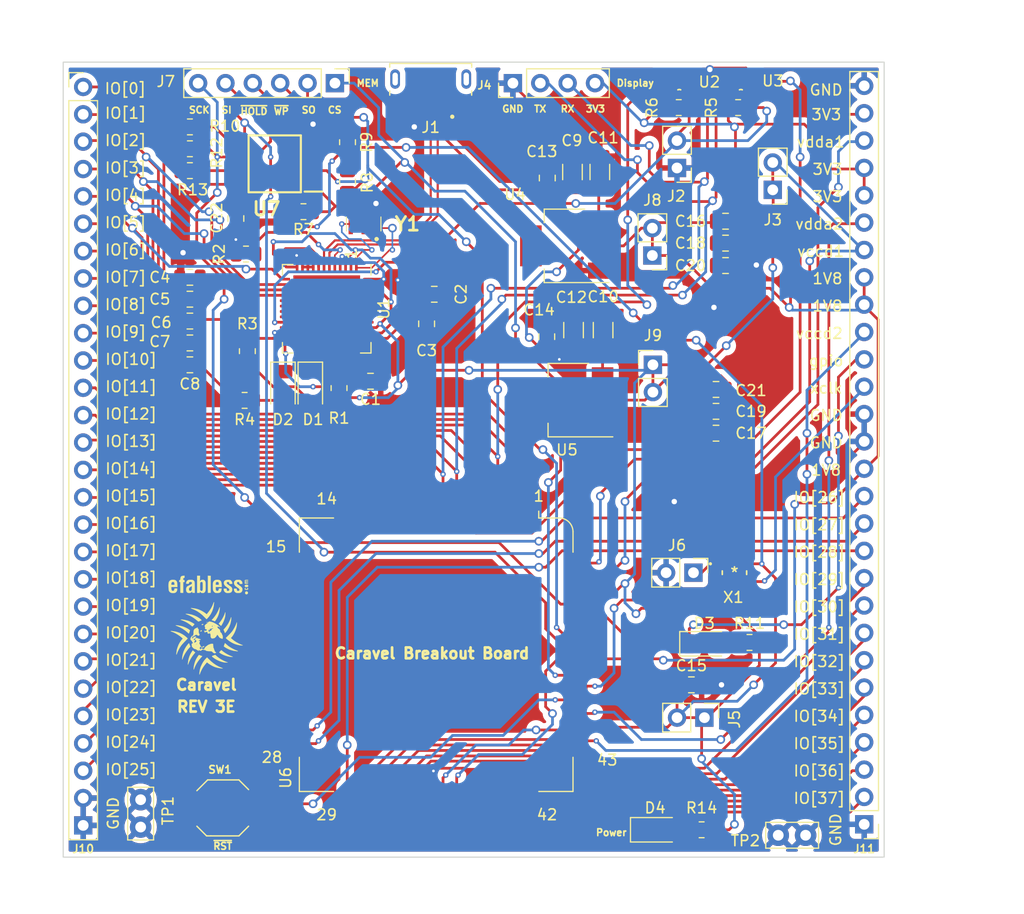
<source format=kicad_pcb>
(kicad_pcb (version 20211014) (generator pcbnew)
  (layers (0 "F.Cu" signal) (31 "B.Cu" signal) (34 "B.Paste" user) (35 "F.Paste" user) (36 "B.SilkS" user "B.Silkscreen") (37 "F.SilkS" user "F.Silkscreen") (38 "B.Mask" user) (39 "F.Mask" user) (44 "Edge.Cuts" user))
  (net 0 "")
  (net 1 "GND")
  (net 2 "Net-(C1-Pad2)")
  (net 3 "Net-(C2-Pad2)")
  (net 4 "Net-(C3-Pad2)")
  (net 5 "vdda")
  (net 6 "+5V")
  (net 7 "Net-(D1-Pad1)")
  (net 8 "Net-(D1-Pad2)")
  (net 9 "Net-(D2-Pad1)")
  (net 10 "Net-(D2-Pad2)")
  (net 11 "gpio")
  (net 12 "Net-(D3-Pad2)")
  (net 13 "FTDI_D-")
  (net 14 "FTDI_D+")
  (net 17 "UART_EN")
  (net 18 "xclk")
  (net 19 "vccd2")
  (net 20 "vdda2")
  (net 21 "vdda1")
  (net 22 "Net-(J6-Pad1)")
  (net 23 "Caravel_CSB")
  (net 24 "Caravel_D1")
  (net 25 "~{MEM_WP}")
  (net 26 "~{MEM_HOLD}")
  (net 27 "Caravel_D0")
  (net 28 "Caravel_SCK")
  (net 29 "Net-(R2-Pad2)")
  (net 30 "~{RST}")
  (net 31 "Net-(U1-Pad1)")
  (net 32 "Net-(U1-Pad2)")
  (net 33 "USB_SCK_TXD")
  (net 34 "USB_SO_RXD")
  (net 35 "USB_SI")
  (net 36 "USB_CS1")
  (net 51 "mprj_io[6]_ser_tx")
  (net 52 "mprj_io[5]_ser_rx")
  (net 53 "mprj_io[0]")
  (net 54 "mprj_io[7]")
  (net 55 "mprj_io[8]")
  (net 56 "mprj_io[9]")
  (net 57 "mprj_io[10]")
  (net 58 "mprj_io[11]")
  (net 59 "mprj_io[12]")
  (net 60 "mprj_io[13]")
  (net 61 "mprj_io[14]")
  (net 62 "mprj_io[15]")
  (net 63 "mprj_io[16]")
  (net 64 "mprj_io[17]")
  (net 65 "mprj_io[18]")
  (net 66 "mprj_io[19]")
  (net 67 "mprj_io[20]")
  (net 68 "mprj_io[21]")
  (net 69 "mprj_io[22]")
  (net 70 "mprj_io[23]")
  (net 71 "mprj_io[24]")
  (net 72 "mprj_io[25]")
  (net 73 "mprj_io[26]")
  (net 74 "mprj_io[27]")
  (net 75 "mprj_io[28]")
  (net 76 "mprj_io[29]")
  (net 77 "mprj_io[30]")
  (net 78 "mprj_io[31]")
  (net 79 "mprj_io[32]")
  (net 80 "mprj_io[33]")
  (net 81 "mprj_io[34]")
  (net 82 "mprj_io[35]")
  (net 83 "mprj_io[36]")
  (net 84 "mprj_io[37]")
  (net 85 "Net-(D4-Pad2)")
  (net 86 "vccd")
  (footprint "strive_foot_prints:FCI_10118193-0001LF" (layer "F.Cu") (at 134.112 60.325 180)
    (fp_text reference "J1")
    (fp_text value "USB_B_Micro - 10118193-0001LF")
  )
  (footprint "Package_TO_SOT_SMD:SOT-223" (layer "F.Cu") (at 146.9136 90.1446 180)
    (fp_text reference "U5")
    (fp_text value "AZ1117-3.3")
  )
  (footprint "LED_SMD:LED_1206_3216Metric" (layer "F.Cu") (at 159.512 112.776)
    (fp_text reference "D3")
    (fp_text value "LED - 17-215SURC/S530-A2/TR8")
  )
  (footprint "Capacitor_SMD:C_0805_2012Metric" (layer "F.Cu") (at 111.76 78.74)
    (fp_text reference "C4")
    (fp_text value "0.1uf - CC0805KRX7R9BB104")
  )
  (footprint "strive_foot_prints:SOIC127P790X216-8N" (layer "F.Cu") (at 119.634 68.199 180)
    (fp_text reference "U7")
    (fp_text value "W25Q32FVSS" hide)
  )
  (footprint "Capacitor_SMD:C_1206_3216Metric" (layer "F.Cu") (at 147.3708 83.6422 -90)
    (fp_text reference "C12")
    (fp_text value "100uf - GRM31CR60J107ME39L")
  )
  (footprint "strive_foot_prints:SOT65P210X110-5N" (layer "F.Cu") (at 157.185 60.5388 180)
    (fp_text reference "U2")
    (fp_text value "SN74LVC1G125DCKR")
  )
  (footprint "TestPoint:TestPoint_Bridge_Pitch2.54mm_Drill1.0mm" (layer "F.Cu") (at 107.188 129.794 90)
    (fp_text reference "TP1")
    (fp_text value "TestPoint")
  )
  (footprint "Caravel_Board:ef_logo" (layer "F.Cu") (at 113.411 107.315)
    (fp_text reference "T2" hide)
    (fp_text value "Logo" hide)
  )
  (footprint "Capacitor_SMD:C_0805_2012Metric" (layer "F.Cu") (at 111.76 82.804)
    (fp_text reference "C6")
    (fp_text value "0.1uf - CC0805KRX7R9BB104")
  )
  (footprint "Capacitor_SMD:C_0805_2012Metric" (layer "F.Cu") (at 160.594 93.218)
    (fp_text reference "C17")
    (fp_text value "22uf - CC0805MKX5R5BB226")
  )
  (footprint "Connector_PinHeader_2.54mm:PinHeader_1x02_P2.54mm_Vertical" (layer "F.Cu") (at 159.517 119.634 -90)
    (fp_text reference "J5")
    (fp_text value "Conn_01x02_Male")
  )
  (footprint "TestPoint:TestPoint_Bridge_Pitch2.54mm_Drill1.0mm" (layer "F.Cu") (at 168.91 130.556 180)
    (fp_text reference "TP2")
    (fp_text value "TestPoint")
  )
  (footprint "LED_SMD:LED_1206_3216Metric" (layer "F.Cu") (at 120.396 88.9 -90)
    (fp_text reference "D2")
    (fp_text value "LED - 17-215SURC/S530-A2/TR8")
  )
  (footprint "LED_SMD:LED_1206_3216Metric" (layer "F.Cu") (at 122.936 88.9 -90)
    (fp_text reference "D1")
    (fp_text value "LED - 17-215SURC/S530-A2/TR8")
  )
  (footprint "Connector_PinHeader_2.54mm:PinHeader_1x02_P2.54mm_Vertical" (layer "F.Cu") (at 156.972 68.585 180)
    (fp_text reference "J2")
    (fp_text value "Conn_01x02_Female")
  )
  (footprint "Resistor_SMD:R_0805_2012Metric" (layer "F.Cu") (at 111.76 64.77 180)
    (fp_text reference "R10")
    (fp_text value "10k - RC0805FR-0710KL")
  )
  (footprint "Capacitor_SMD:C_0805_2012Metric" (layer "F.Cu") (at 158.308 116.586 180)
    (fp_text reference "C15")
    (fp_text value "0.1uf - CC0805KRX7R9BB104")
  )
  (footprint "Connector_PinHeader_2.54mm:PinHeader_1x04_P2.54mm_Vertical" (layer "F.Cu") (at 141.742 60.706 90)
    (fp_text reference "J4")
    (fp_text value "Conn_01x04_Female")
  )
  (footprint "Connector_PinHeader_2.54mm:PinHeader_1x06_P2.54mm_Vertical" (layer "F.Cu") (at 125.222 60.706 -90)
    (fp_text reference "J7")
    (fp_text value "Conn_01x06_Female")
  )
  (footprint "Capacitor_SMD:C_0805_2012Metric" (layer "F.Cu") (at 144.8816 84.2518 -90)
    (fp_text reference "C14")
    (fp_text value "10uf - CC0805KKX5R8BB106")
  )
  (footprint "Resistor_SMD:R_0805_2012Metric" (layer "F.Cu") (at 159.258 130.048 180)
    (fp_text reference "R14")
    (fp_text value "82 - 0805W8F820JT5E")
  )
  (footprint "Resistor_SMD:R_0805_2012Metric" (layer "F.Cu") (at 162.646 62.9772)
    (fp_text reference "R5")
    (fp_text value "10k")
  )
  (footprint "Resistor_SMD:R_0805_2012Metric" (layer "F.Cu") (at 122.301 72.644 180)
    (fp_text reference "R7")
    (fp_text value "10k - RC0805FR-0710KL")
  )
  (footprint "Resistor_SMD:R_0805_2012Metric" (layer "F.Cu") (at 163.703 112.649 180)
    (fp_text reference "R11")
    (fp_text value "82 - 0805W8F820JT5E")
  )
  (footprint "Resistor_SMD:R_0805_2012Metric" (layer "F.Cu") (at 157.1342 62.9772)
    (fp_text reference "R6")
    (fp_text value "10k")
  )
  (footprint "Capacitor_SMD:C_0805_2012Metric" (layer "F.Cu") (at 111.76 86.868)
    (fp_text reference "C8")
    (fp_text value "0.1uf - CC0805KRX7R9BB104")
  )
  (footprint "Capacitor_SMD:C_0805_2012Metric" (layer "F.Cu") (at 111.76 80.772)
    (fp_text reference "C5")
    (fp_text value "0.1uf - CC0805KRX7R9BB104")
  )
  (footprint "strive_foot_prints:SW4-SMD-5.2X5.2X1.5MM" (layer "F.Cu") (at 114.808 128.016)
    (fp_text reference "SW1")
    (fp_text value "SW_Push - SKQGADE010")
  )
  (footprint "Resistor_SMD:R_0805_2012Metric" (layer "F.Cu") (at 126.3904 69.85 90)
    (fp_text reference "R8")
    (fp_text value "10k - RC0805FR-0710KL")
  )
  (footprint "Resistor_SMD:R_0805_2012Metric" (layer "F.Cu") (at 111.76 68.834 180)
    (fp_text reference "R13")
    (fp_text value "10k - RC0805FR-0710KL")
  )
  (footprint "strive_foot_prints:DSC6001JE1A-010.0000" (layer "F.Cu") (at 162.306 106.172)
    (fp_text reference "X1")
    (fp_text value "DSC6001_10MHZ")
  )
  (footprint "Connector_PinHeader_2.54mm:PinHeader_1x28_P2.54mm_Vertical" (layer "F.Cu") (at 101.854 61.0616)
    (fp_text reference "J10")
    (fp_text value "Conn_01x27_Female")
  )
  (footprint "Resistor_SMD:R_0805_2012Metric" (layer "F.Cu") (at 125.603 89.027 -90)
    (fp_text reference "R1")
    (fp_text value "10k - RC0805FR-0710KL")
  )
  (footprint "Capacitor_SMD:C_0805_2012Metric" (layer "F.Cu") (at 144.9324 69.5198 -90)
    (fp_text reference "C13")
    (fp_text value "10uf - CC0805KKX5R8BB106")
  )
  (footprint "Capacitor_SMD:C_0805_2012Metric" (layer "F.Cu") (at 116.0272 73.279 -90)
    (fp_text reference "C22")
    (fp_text value "0.1uf - CC0805KRX7R9BB104")
  )
  (footprint "Capacitor_SMD:C_0805_2012Metric" (layer "F.Cu") (at 160.594 91.186)
    (fp_text reference "C19")
    (fp_text value "10uf - CC0805KKX5R8BB106")
  )
  (footprint "Package_TO_SOT_SMD:SOT-223" (layer "F.Cu") (at 146.558 75.819 180)
    (fp_text reference "U4")
    (fp_text value "AZ1117CH-1.8TRG1")
  )
  (footprint "Capacitor_SMD:C_0805_2012Metric" (layer "F.Cu") (at 134.4422 80.3148 180)
    (fp_text reference "C2")
    (fp_text value "0.1uf - CC0805KRX7R9BB104")
  )
  (footprint "Capacitor_SMD:C_0805_2012Metric" (layer "F.Cu") (at 161.478 77.6478 180)
    (fp_text reference "C20")
    (fp_text value "1uf")
  )
  (footprint "Capacitor_SMD:C_0805_2012Metric" (layer "F.Cu") (at 133.731 83.058 90)
    (fp_text reference "C3")
    (fp_text value "0.1uf - CC0805KRX7R9BB104")
  )
  (footprint "Capacitor_SMD:C_0805_2012Metric" (layer "F.Cu") (at 161.478 73.533 180)
    (fp_text reference "C16")
    (fp_text value "22uf - CC0805MKX5R5BB226")
  )
  (footprint "Resistor_SMD:R_0805_2012Metric" (layer "F.Cu") (at 117.094 85.598 90)
    (fp_text reference "R3")
    (fp_text value "150 - 0805W8J0151T5E")
  )
  (footprint "Resistor_SMD:R_0805_2012Metric" (layer "F.Cu") (at 116.84 90.17 180)
    (fp_text reference "R4")
    (fp_text value "150 - 0805W8J0151T5E")
  )
  (footprint "Connector_PinHeader_2.54mm:PinHeader_1x02_P2.54mm_Vertical" (layer "F.Cu") (at 158.501 106.172 -90)
    (fp_text reference "J6")
    (fp_text value "Conn_01x02_Male")
  )
  (footprint "Connector_PinHeader_2.54mm:PinHeader_1x02_P2.54mm_Vertical" (layer "F.Cu") (at 165.862 70.617 180)
    (fp_text reference "J3")
    (fp_text value "Conn_01x02_Male")
  )
  (footprint "Capacitor_SMD:C_1206_3216Metric" (layer "F.Cu") (at 147.2692 68.961 -90)
    (fp_text reference "C9")
    (fp_text value "100uf - GRM31CR60J107ME39L")
  )
  (footprint "Package_DFN_QFN:QFN-48-1EP_8x8mm_P0.5mm_EP6.2x6.2mm" (layer "F.Cu") (at 124.46 81.661 -90)
    (fp_text reference "U1")
    (fp_text value "FT232H")
  )
  (footprint "Capacitor_SMD:C_1206_3216Metric" (layer "F.Cu") (at 150.114 83.6422 -90)
    (fp_text reference "C10")
    (fp_text value "100uf - GRM31CR60J107ME39L")
  )
  (footprint "Connector_PinHeader_2.54mm:PinHeader_1x28_P2.54mm_Vertical" (layer "F.Cu") (at 174.3456 129.54 180)
    (fp_text reference "J11")
    (fp_text value "Conn_01x20_Female")
  )
  (footprint "strive_foot_prints:SOT65P210X110-5N" (layer "F.Cu") (at 162.9 60.5388 180)
    (fp_text reference "U3")
    (fp_text value "SN74LVC1G125DCKR")
  )
  (footprint "Capacitor_SMD:C_0805_2012Metric" (layer "F.Cu") (at 128.524 88.392 180)
    (fp_text reference "C1")
    (fp_text value "0.01uf - CC0805JRX7R9BB103")
  )
  (footprint "LED_SMD:LED_1206_3216Metric" (layer "F.Cu") (at 154.94 130.048)
    (fp_text reference "D4")
    (fp_text value "LED - 17-215SURC/S530-A2/TR8")
  )
  (footprint "Capacitor_SMD:C_1206_3216Metric" (layer "F.Cu") (at 149.8092 68.961 -90)
    (fp_text reference "C11")
    (fp_text value "100uf - GRM31CR60J107ME39L")
  )
  (footprint "Capacitor_SMD:C_0805_2012Metric" (layer "F.Cu") (at 161.478 75.565 180)
    (fp_text reference "C18")
    (fp_text value "10uf - CC0805KKX5R8BB106")
  )
  (footprint "Connector_PinHeader_2.54mm:PinHeader_1x02_P2.54mm_Vertical" (layer "F.Cu") (at 154.686 76.713 180)
    (fp_text reference "J8")
    (fp_text value "Conn_01x02_Male")
  )
  (footprint "strive_foot_prints:CSTNE12M0GH5L000R0" (layer "F.Cu") (at 127.889 73.787)
    (fp_text reference "Y1")
    (fp_text value "CSTNE12M0GH5L000R0" hide)
  )
  (footprint "Resistor_SMD:R_0805_2012Metric" (layer "F.Cu") (at 126.3904 66.1924 -90)
    (fp_text reference "R9")
    (fp_text value "10k - RC0805FR-0710KL")
  )
  (footprint "Connector_PinHeader_2.54mm:PinHeader_1x02_P2.54mm_Vertical" (layer "F.Cu") (at 154.7368 86.863)
    (fp_text reference "J9")
    (fp_text value "Conn_01x02_Male")
  )
  (footprint "Capacitor_SMD:C_0805_2012Metric" (layer "F.Cu") (at 111.76 84.836)
    (fp_text reference "C7")
    (fp_text value "0.1uf - CC0805KRX7R9BB104")
  )
  (footprint "Resistor_SMD:R_0805_2012Metric" (layer "F.Cu") (at 111.76 66.802 180)
    (fp_text reference "R12")
    (fp_text value "10k - RC0805FR-0710KL")
  )
  (footprint "Caravel_Board:caravel_breakout_SMD_rev3E" (layer "F.Cu") (at 121.92 126.492 90)
    (fp_text reference "U6")
    (fp_text value "caravel_breakout")
  )
  (footprint "Caravel_Board:logo" (layer "F.Cu") (at 113.284 112.268)
    (fp_text reference "T1" hide)
    (fp_text value "Logo" hide)
  )
  (footprint "Resistor_SMD:R_0805_2012Metric" (layer "F.Cu") (at 116.967 76.581)
    (fp_text reference "R2")
    (fp_text value "12K 1% - 0805W8F1202T5E")
  )
  (footprint "Capacitor_SMD:C_0805_2012Metric" (layer "F.Cu") (at 160.594 89.154)
    (fp_text reference "C21")
    (fp_text value "1uf")
  )
  (gr_rect (start 100 58.756) (end 176.2 132.588) (layer "Edge.Cuts") (width 0.1) (fill none))
  (gr_text "xclk" (at 170.815 89.027) (layer "F.SilkS") (effects (font (size 1 1))))
  (gr_text "vdda1" (at 170.307 66.167) (layer "F.SilkS") (effects (font (size 1 1))))
  (gr_text "IO[21]" (at 106.299 114.3) (layer "F.SilkS") (effects (font (size 1 1))))
  (gr_text "CS" (at 125.2 63.2) (layer "F.SilkS") (effects (font (size 0.635 0.635))))
  (gr_text "SO" (at 122.787 63.2) (layer "F.SilkS") (effects (font (size 0.635 0.635))))
  (gr_text "IO[5]" (at 105.791 73.66) (layer "F.SilkS") (effects (font (size 1 1))))
  (gr_text "IO[26]" (at 170.18 99.187) (layer "F.SilkS") (effects (font (size 1 1))))
  (gr_text "IO[34]" (at 170.18 119.507) (layer "F.SilkS") (effects (font (size 1 1))))
  (gr_text "42" (at 144.907 128.651) (layer "F.SilkS") (effects (font (size 1 1))))
  (gr_text "IO[7]" (at 105.791 78.74) (layer "F.SilkS") (effects (font (size 1 1))))
  (gr_text "28" (at 119.38 123.317) (layer "F.SilkS") (effects (font (size 1 1))))
  (gr_text "IO[2]" (at 105.791 66.04) (layer "F.SilkS") (effects (font (size 1 1))))
  (gr_text "IO[0]" (at 105.7656 61.214) (layer "F.SilkS") (effects (font (size 1 1))))
  (gr_text "gpio" (at 170.815 86.487) (layer "F.SilkS") (effects (font (size 1 1))))
  (gr_text "14" (at 124.46 99.314) (layer "F.SilkS") (effects (font (size 1 1))))
  (gr_text "IO[17]" (at 106.299 104.14) (layer "F.SilkS") (effects (font (size 1 1))))
  (gr_text "IO[4]" (at 105.791 71.12) (layer "F.SilkS") (effects (font (size 1 1))))
  (gr_text "SCK" (at 112.627 63.2) (layer "F.SilkS") (effects (font (size 0.635 0.635))))
  (gr_text "IO[13]" (at 106.299 93.98) (layer "F.SilkS") (effects (font (size 1 1))))
  (gr_text "vdda2" (at 170.18 73.787) (layer "F.SilkS") (effects (font (size 1 1))))
  (gr_text "IO[33]" (at 170.18 116.967) (layer "F.SilkS") (effects (font (size 1 1))))
  (gr_text "GND" (at 170.815 61.341) (layer "F.SilkS") (effects (font (size 1 1))))
  (gr_text "IO[37]" (at 170.18 127.127) (layer "F.SilkS") (effects (font (size 1 1))))
  (gr_text "REV 3E" (at 113.284 118.618) (layer "F.SilkS") (effects (font (size 1 1) (thickness 0.25))))
  (gr_text "IO[20]" (at 106.299 111.76) (layer "F.SilkS") (effects (font (size 1 1))))
  (gr_text "1\n" (at 126.746 76.581 90) (layer "F.SilkS") (effects (font (size 1 1))))
  (gr_text "1V8" (at 170.815 96.647) (layer "F.SilkS") (effects (font (size 1 1))))
  (gr_text "GND" (at 141.732 63.1) (layer "F.SilkS") (effects (font (size 0.635 0.635))))
  (gr_text "3V3" (at 170.8404 63.627) (layer "F.SilkS") (effects (font (size 1 1))))
  (gr_text "43" (at 150.495 123.571) (layer "F.SilkS") (effects (font (size 1 1))))
  (gr_text "IO[10]" (at 106.299 86.36) (layer "F.SilkS") (effects (font (size 1 1))))
  (gr_text "IO[32]" (at 170.18 114.427) (layer "F.SilkS") (effects (font (size 1 1))))
  (gr_text "29" (at 124.46 128.651) (layer "F.SilkS") (effects (font (size 1 1))))
  (gr_text "IO[8]" (at 105.791 81.28) (layer "F.SilkS") (effects (font (size 1 1))))
  (gr_text "IO[22]" (at 106.299 116.84) (layer "F.SilkS") (effects (font (size 1 1))))
  (gr_text "15" (at 119.761 103.759) (layer "F.SilkS") (effects (font (size 1 1))))
  (gr_text "~{WP}" (at 120.247 63.327) (layer "F.SilkS") (effects (font (size 0.635 0.635))))
  (gr_text "IO[35]" (at 170.18 122.047) (layer "F.SilkS") (effects (font (size 1 1))))
  (gr_text "1V8" (at 170.942 81.407) (layer "F.SilkS") (effects (font (size 1 1))))
  (gr_text "IO[16]" (at 106.299 101.6) (layer "F.SilkS") (effects (font (size 1 1))))
  (gr_text "MEM\n" (at 128.27 60.706) (layer "F.SilkS") (effects (font (size 0.635 0.635))))
  (gr_text "GND" (at 104.648 128.524 90) (layer "F.SilkS") (effects (font (size 1 1))))
  (gr_text "3V3" (at 149.4 63.1) (layer "F.SilkS") (effects (font (size 0.635 0.635))))
  (gr_text "IO[1]" (at 105.791 63.5) (layer "F.SilkS") (effects (font (size 1 1))))
  (gr_text "IO[6]" (at 105.791 76.2) (layer "F.SilkS") (effects (font (size 1 1))))
  (gr_text "IO[29]" (at 170.18 106.807) (layer "F.SilkS") (effects (font (size 1 1))))
  (gr_text "IO[18]" (at 106.299 106.68) (layer "F.SilkS") (effects (font (size 1 1))))
  (gr_text "Power" (at 150.876 130.302) (layer "F.SilkS") (effects (font (size 0.635 0.635))))
  (gr_text "GND" (at 170.815 94.107) (layer "F.SilkS") (effects (font (size 1 1))))
  (gr_text "IO[12]" (at 106.299 91.44) (layer "F.SilkS") (effects (font (size 1 1))))
  (gr_text "IO[11]" (at 106.299 88.9) (layer "F.SilkS") (effects (font (size 1 1))))
  (gr_text "IO[30]" (at 170.18 109.347) (layer "F.SilkS") (effects (font (size 1 1))))
  (gr_text "RX" (at 146.812 63.1) (layer "F.SilkS") (effects (font (size 0.635 0.635))))
  (gr_text "IO[27]" (at 170.18 101.727) (layer "F.SilkS") (effects (font (size 1 1))))
  (gr_text "IO[9]" (at 105.791 83.82) (layer "F.SilkS") (effects (font (size 1 1))))
  (gr_text "IO[15]" (at 106.299 99.06) (layer "F.SilkS") (effects (font (size 1 1))))
  (gr_text "IO[23]" (at 106.299 119.38) (layer "F.SilkS") (effects (font (size 1 1))))
  (gr_text "IO[19]" (at 106.299 109.22) (layer "F.SilkS") (effects (font (size 1 1))))
  (gr_text "IO[31]" (at 170.18 111.887) (layer "F.SilkS") (effects (font (size 1 1))))
  (gr_text "3V3" (at 170.942 71.247) (layer "F.SilkS") (effects (font (size 1 1))))
  (gr_text "IO[36]" (at 170.18 124.587) (layer "F.SilkS") (effects (font (size 1 1))))
  (gr_text "1V8" (at 170.942 78.867) (layer "F.SilkS") (effects (font (size 1 1))))
  (gr_text "GND" (at 171.704 130.048 90) (layer "F.SilkS") (effects (font (size 1 1))))
  (gr_text "SI" (at 115.167 63.2) (layer "F.SilkS") (effects (font (size 0.635 0.635))))
  (gr_text "IO[14]" (at 106.299 96.52) (layer "F.SilkS") (effects (font (size 1 1))))
  (gr_text "GND" (at 170.815 91.567) (layer "F.SilkS") (effects (font (size 1 1))))
  (gr_text "IO[25]" (at 106.299 124.46) (layer "F.SilkS") (effects (font (size 1 1))))
  (gr_text "Display\n" (at 153.1 60.7) (layer "F.SilkS") (effects (font (size 0.635 0.635))))
  (gr_text "IO[3]" (at 105.791 68.58) (layer "F.SilkS") (effects (font (size 1 1))))
  (gr_text "~{HOLD}" (at 117.707 63.327) (layer "F.SilkS") (effects (font (size 0.635 0.635))))
  (gr_text "vccd2" (at 170.18 83.947) (layer "F.SilkS") (effects (font (size 1 1))))
  (gr_text "IO[24]" (at 106.299 121.92) (layer "F.SilkS") (effects (font (size 1 1))))
  (gr_text "Caravel" (at 113.284 116.586) (layer "F.SilkS") (effects (font (size 1 1) (thickness 0.25))))
  (gr_text "vccd1" (at 170.307 76.327) (layer "F.SilkS") (effects (font (size 1 1))))
  (gr_text "1\n" (at 144.145 99.06) (layer "F.SilkS") (effects (font (size 1 1))))
  (gr_text "~{RST}" (at 114.808 131.572) (layer "F.SilkS") (effects (font (size 0.635 0.635))))
  (gr_text "IO[28]" (at 170.18 104.267) (layer "F.SilkS") (effects (font (size 1 1))))
  (gr_text "3V3" (at 170.942 68.707) (layer "F.SilkS") (effects (font (size 1 1))))
  (gr_text "TX" (at 144.272 63.1) (layer "F.SilkS") (effects (font (size 0.635 0.635))))
  (gr_text "Caravel Breakout Board" (at 134.239 113.665) (layer "F.SilkS") (effects (font (size 1 1) (thickness 0.25))))
  (segment (start 116.0272 74.229) (end 116.0272 75.2348) (width 0.254) (layer "F.Cu") (net 1))
  (segment (start 110.81 80.772) (end 110.81 82.804) (width 0.254) (layer "F.Cu") (net 1))
  (segment (start 110.81 82.804) (end 110.81 84.836) (width 0.254) (layer "F.Cu") (net 1))
  (segment (start 147.2692 67.486) (end 147.2692 66.3692) (width 0.254) (layer "F.Cu") (net 1))
  (segment (start 146.2362 83.3018) (end 147.3708 82.1672) (width 0.254) (layer "F.Cu") (net 1))
  (segment (start 133.985 124.968) (end 133.985 126.492) (width 0.254) (layer "F.Cu") (net 1))
  (segment (start 137.795 124.982006) (end 137.795 126.492) (width 0.254) (layer "F.Cu") (net 1))
  (segment (start 111.125 78.425) (end 110.81 78.74) (width 0.254) (layer "F.Cu") (net 1))
  (segment (start 116.0272 75.2348) (end 116.0272 76.5537) (width 0.254) (layer "F.Cu") (net 1))
  (segment (start 134.62 124.333) (end 137.145994 124.333) (width 0.254) (layer "F.Cu") (net 1))
  (segment (start 111.125 76.454) (end 111.125 78.425) (width 0.254) (layer "F.Cu") (net 1))
  (segment (start 129.474 88.392) (end 129.474 87.7435) (width 0.254) (layer "F.Cu") (net 1))
  (segment (start 128.335 79.411) (end 128.335 78.911) (width 0.254) (layer "F.Cu") (net 1))
  (segment (start 123.234 64.56) (end 123.19 64.516) (width 0.254) (layer "F.Cu") (net 1))
  (segment (start 158.0346 98.2514) (end 156.718 99.568) (width 0.254) (layer "F.Cu") (net 1))
  (segment (start 110.81 86.868) (end 110.81 84.836) (width 0.254) (layer "F.Cu") (net 1))
  (segment (start 147.3708 82.1672) (end 150.114 82.1672) (width 0.254) (layer "F.Cu") (net 1))
  (segment (start 160.02 59.436) (end 160.147 59.309) (width 0.254) (layer "F.Cu") (net 1))
  (segment (start 159.004 93.218) (end 159.644 93.218) (width 0.254) (layer "F.Cu") (net 1))
  (segment (start 150.329 78.74) (end 149.708 78.119) (width 0.254) (layer "F.Cu") (net 1))
  (segment (start 123.234 66.294) (end 123.234 64.56) (width 0.254) (layer "F.Cu") (net 1))
  (segment (start 121.666 76.708) (end 122.428 76.708) (width 0.254) (layer "F.Cu") (net 1))
  (segment (start 158.2264 59.7014) (end 158.2264 59.8784) (width 0.254) (layer "F.Cu") (net 1))
  (segment (start 170.1758 98.2514) (end 174.3456 94.0816) (width 0.254) (layer "F.Cu") (net 1))
  (segment (start 132.812 64.546) (end 132.588 64.77) (width 0.254) (layer "F.Cu") (net 1))
  (segment (start 126.71 85.536) (end 127.21 85.536) (width 0.254) (layer "F.Cu") (net 1))
  (segment (start 123.21 77.786) (end 122.71 77.786) (width 0.254) (layer "F.Cu") (net 1))
  (segment (start 162.428 73.533) (end 162.428 75.565) (width 0.254) (layer "F.Cu") (net 1))
  (segment (start 127.889 73.025) (end 127.889 73.787) (width 0.254) (layer "F.Cu") (net 1))
  (segment (start 128.335 82.411) (end 128.335 81.911) (width 0.254) (layer "F.Cu") (net 1))
  (segment (start 129.75 78.911) (end 127.954 78.911) (width 0.254) (layer "F.Cu") (net 1))
  (segment (start 129.474 87.7435) (end 127.2665 85.536) (width 0.254) (layer "F.Cu") (net 1))
  (segment (start 128.335 81.911) (end 129.409 81.911) (width 0.254) (layer "F.Cu") (net 1))
  (segment (start 158.4918 59.436) (end 158.2264 59.7014) (width 0.254) (layer "F.Cu") (net 1))
  (segment (start 133.731 84.008) (end 135.3922 82.3468) (width 0.254) (layer "F.Cu") (net 1))
  (segment (start 158.2306 92.4446) (end 159.004 93.218) (width 0.254) (layer "F.Cu") (net 1))
  (segment (start 147.2692 66.3692) (end 141.742 60.842) (width 0.254) (layer "F.Cu") (net 1))
  (segment (start 110.81 78.74) (end 110.81 80.772) (width 0.254) (layer "F.Cu") (net 1))
  (segment (start 170.1758 98.2514) (end 158.0346 98.2514) (width 0.254) (layer "F.Cu") (net 1))
  (segment (start 119.6629 83.911) (end 120.204 83.911) (width 0.254) (layer "F.Cu") (net 1))
  (segment (start 159.258 116.586) (end 161.102 116.586) (width 0.254) (layer "F.Cu") (net 1))
  (segment (start 150.0636 92.4446) (end 158.2306 92.4446) (width 0.254) (layer "F.Cu") (net 1))
  (segment (start 129.032 71.882) (end 127.889 73.025) (width 0.254) (layer "F.Cu") (net 1))
  (segment (start 160.401 81.534) (end 157.607 78.74) (width 0.254) (layer "F.Cu") (net 1))
  (segment (start 164.338 77.597) (end 162.4788 77.597) (width 0.254) (layer "F.Cu") (net 1))
  (segment (start 122.21 77.786) (end 122.71 77.786) (width 0.254) (layer "F.Cu") (net 1))
  (segment (start 160.147 59.309) (end 163.372 59.309) (width 0.254) (layer "F.Cu") (net 1))
  (segment (start 162.4788 77.597) (end 162.428 77.6478) (width 0.254) (layer "F.Cu") (net 1))
  (segment (start 129.409 81.911) (end 129.413 81.915) (width 0.254) (layer "F.Cu") (net 1))
  (segment (start 120.585 83.411) (end 120.585 83.911) (width 0.254) (layer "F.Cu") (net 1))
  (segment (start 125.71 77.00107) (end 125.71 77.786) (width 0.1524) (layer "F.Cu") (net 1))
  (segment (start 134.366 124.587) (end 133.985 124.968) (width 0.254) (layer "F.Cu") (net 1))
  (segment (start 137.145994 124.333) (end 137.795 124.982006) (width 0.254) (layer "F.Cu") (net 1))
  (segment (start 131.064 78.994) (end 130.981 78.911) (width 0.254) (layer "F.Cu") (net 1))
  (segment (start 141.742 60.842) (end 141.742 60.706) (width 0.254) (layer "F.Cu") (net 1))
  (segment (start 122.71 76.99) (end 122.71 77.786) (width 0.254) (layer "F.Cu") (net 1))
  (segment (start 125.71 77.00107) (end 125.893426 76.817644) (width 0.1524) (layer "F.Cu") (net 1))
  (segment (start 119.634 83.8821) (end 119.6629 83.911) (width 0.254) (layer "F.Cu") (net 1))
  (segment (start 132.812 63) (end 132.812 64.546) (width 0.254) (layer "F.Cu") (net 1))
  (segment (start 174.3456 94.0816) (end 174.3456 91.5416) (width 0.254) (layer "F.Cu") (net 1))
  (segment (start 134.366 124.587) (end 134.62 124.333) (width 0.254) (layer "F.Cu") (net 1))
  (segment (start 135.3922 82.3468) (end 135.3922 80.3148) (width 0.254) (layer "F.Cu") (net 1))
  (segment (start 144.8816 83.3018) (end 146.2362 83.3018) (width 0.254) (layer "F.Cu") (net 1))
  (segment (start 130.981 78.911) (end 129.75 78.911) (width 0.254) (layer "F.Cu") (net 1))
  (segment (start 157.607 78.74) (end 150.329 78.74) (width 0.254) (layer "F.Cu") (net 1))
  (segment (start 162.428 77.6478) (end 162.428 75.565) (width 0.254) (layer "F.Cu") (net 1))
  (segment (start 163.372 59.309) (end 163.9414 59.8784) (width 0.254) (layer "F.Cu") (net 1))
  (segment (start 122.428 76.708) (end 122.71 76.99) (width 0.254) (layer "F.Cu") (net 1))
  (segment (start 160.02 59.436) (end 158.4918 59.436) (width 0.254) (layer "F.Cu") (net 1))
  (via (at 132.588 64.77) (size 0.8) (drill 0.5) (layers "F.Cu" "B.Cu") (net 1))
  (via (at 119.634 83.8821) (size 0.5) (drill 0.25) (layers "F.Cu" "B.Cu") (net 1))
  (via (at 129.75 78.911) (size 0.5) (drill 0.25) (layers "F.Cu" "B.Cu") (net 1))
  (via (at 121.666 76.708) (size 0.5) (drill 0.25) (layers "F.Cu" "B.Cu") (net 1))
  (via (at 156.718 99.568) (size 0.8) (drill 0.5) (layers "F.Cu" "B.Cu") (net 1))
  (via (at 111.125 76.454) (size 0.8) (drill 0.5) (layers "F.Cu" "B.Cu") (net 1))
  (via (at 160.401 81.534) (size 0.8) (drill 0.5) (layers "F.Cu" "B.Cu") (net 1))
  (via (at 134.366 124.587) (size 0.5) (drill 0.25) (layers "F.Cu" "B.Cu") (net 1))
  (via (at 131.064 78.994) (size 0.5) (drill 0.25) (layers "F.Cu" "B.Cu") (net 1))
  (via (at 129.413 81.915) (size 0.5) (drill 0.25) (layers "F.Cu" "B.Cu") (net 1))
  (via (at 116.0272 75.2348) (size 0.5) (drill 0.25) (layers "F.Cu" "B.Cu") (net 1))
  (via (at 125.893426 76.817644) (size 0.5) (drill 0.25) (layers "F.Cu" "B.Cu") (net 1))
  (via (at 160.02 59.436) (size 0.8) (drill 0.5) (layers "F.Cu" "B.Cu") (net 1))
  (via (at 129.032 71.882) (size 0.8) (drill 0.5) (layers "F.Cu" "B.Cu") (net 1))
  (via (at 164.338 77.597) (size 0.8) (drill 0.5) (layers "F.Cu" "B.Cu") (net 1))
  (via (at 146.05 86.36) (size 0.5) (drill 0.25) (layers "F.Cu" "B.Cu") (net 1))
  (via (at 123.19 64.516) (size 0.8) (drill 0.5) (layers "F.Cu" "B.Cu") (net 1))
  (via (at 161.102 116.586) (size 0.8) (drill 0.5) (layers "F.Cu" "B.Cu") (net 1))
  (segment (start 115.2652 75.2348) (end 114.046 76.454) (width 0.254) (layer "B.Cu") (net 1))
  (segment (start 131.064 78.994) (end 131.064 81.28) (width 0.254) (layer "B.Cu") (net 1))
  (segment (start 162.306 81.534) (end 164.338 79.502) (width 0.254) (layer "B.Cu") (net 1))
  (segment (start 129.75 78.911) (end 129.75 78.202006) (width 0.254) (layer "B.Cu") (net 1))
  (segment (start 164.338 79.502) (end 164.338 77.597) (width 0.254) (layer "B.Cu") (net 1))
  (segment (start 160.401 81.534) (end 162.306 81.534) (width 0.254) (layer "B.Cu") (net 1))
  (segment (start 129.75 78.202006) (end 128.920894 77.3729) (width 0.254) (layer "B.Cu") (net 1))
  (segment (start 116.0272 75.2348) (end 115.2652 75.2348) (width 0.254) (layer "B.Cu") (net 1))
  (segment (start 126.448682 77.3729) (end 125.893426 76.817644) (width 0.254) (layer "B.Cu") (net 1))
  (segment (start 130.429 81.915) (end 129.413 81.915) (width 0.254) (layer "B.Cu") (net 1))
  (segment (start 128.920894 77.3729) (end 127.889 77.3729) (width 0.254) (layer "B.Cu") (net 1))
  (segment (start 131.064 81.28) (end 130.429 81.915) (width 0.254) (layer "B.Cu") (net 1))
  (segment (start 127.889 77.3729) (end 126.448682 77.3729) (width 0.254) (layer "B.Cu") (net 1))
  (segment (start 114.046 76.454) (end 111.125 76.454) (width 0.254) (layer "B.Cu") (net 1))
  (segment (start 125.603 88.1145) (end 127.2965 88.1145) (width 0.254) (layer "F.Cu") (net 2))
  (segment (start 127.574 88.077) (end 127.574 88.392) (width 0.254) (layer "F.Cu") (net 2))
  (segment (start 126.238 86.741) (end 127.574 88.077) (width 0.254) (layer "F.Cu") (net 2))
  (segment (start 127.2965 88.1145) (end 127.574 88.392) (width 0.254) (layer "F.Cu") (net 2))
  (segment (start 126.21 85.536) (end 126.21 86.713) (width 0.254) (layer "F.Cu") (net 2))
  (segment (start 126.21 86.713) (end 126.238 86.741) (width 0.254) (layer "F.Cu") (net 2))
  (segment (start 133.1722 80.3148) (end 133.4922 80.3148) (width 0.254) (layer "F.Cu") (net 3))
  (segment (start 127.954 83.911) (end 129.576 83.911) (width 0.254) (layer "F.Cu") (net 3))
  (segment (start 129.576 83.911) (end 133.1722 80.3148) (width 0.254) (layer "F.Cu") (net 3))
  (segment (start 130.092 84.411) (end 132.395 82.108) (width 0.254) (layer "F.Cu") (net 4))
  (segment (start 132.395 82.108) (end 133.731 82.108) (width 0.254) (layer "F.Cu") (net 4))
  (segment (start 127.954 84.411) (end 130.092 84.411) (width 0.254) (layer "F.Cu") (net 4))
  (segment (start 164.6155 114.7845) (end 159.766 119.634) (width 0.254) (layer "F.Cu") (net 5))
  (segment (start 127.127 76.2635) (end 126.21 77.1805) (width 0.1524) (layer "F.Cu") (net 5))
  (segment (start 137.668 87.376) (end 132.461 87.376) (width 0.254) (layer "F.Cu") (net 5))
  (segment (start 121.3885 72.69575) (end 122.73375 74.041) (width 0.254) (layer "F.Cu") (net 5))
  (segment (start 112.71 78.74) (end 112.71 80.772) (width 0.254) (layer "F.Cu") (net 5))
  (segment (start 156.977 119.634) (end 156.977 116.967) (width 0.254) (layer "F.Cu") (net 5))
  (segment (start 158.75 84.582) (end 155.448 84.582) (width 0.254) (layer "F.Cu") (net 5))
  (segment (start 120.65 85.852) (end 120.585 85.787) (width 0.254) (layer "F.Cu") (net 5))
  (segment (start 120.585 85.787) (end 120.585 84.411) (width 0.254) (layer "F.Cu") (net 5))
  (segment (start 159.258 119.893) (end 159.517 119.634) (width 0.254) (layer "F.Cu") (net 5))
  (segment (start 130.429 81.026) (end 129.314 79.911) (width 0.254) (layer "F.Cu") (net 5))
  (segment (start 126.21 77.1805) (end 126.21 77.786) (width 0.1524) (layer "F.Cu") (net 5))
  (segment (start 153.924 64.2999) (end 155.2467 62.9772) (width 0.254) (layer "F.Cu") (net 5))
  (segment (start 161.544 90.4494) (end 161.544 88.4174) (width 0.254) (layer "F.Cu") (net 5))
  (segment (start 153.67 109.474) (end 162.052 109.474) (width 0.254) (layer "F.Cu") (net 5))
  (segment (start 162.306 129.54) (end 161.798 130.048) (width 0.254) (layer "F.Cu") (net 5))
  (segment (start 153.9952 90.1446) (end 150.0636 90.1446) (width 0.254) (layer "F.Cu") (net 5))
  (segment (start 123.71 76.847) (end 122.936 76.073) (width 0.254) (layer "F.Cu") (net 5))
  (segment (start 125.8081 67.1049) (end 124.968 67.945) (width 0.254) (layer "F.Cu") (net 5))
  (segment (start 161.798 130.048) (end 160.1705 130.048) (width 0.254) (layer "F.Cu") (net 5))
  (segment (start 166.116 114.554) (end 164.084 116.586) (width 0.254) (layer "F.Cu") (net 5))
  (segment (start 111.76 70.104) (end 110.8475 69.1915) (width 0.254) (layer "F.Cu") (net 5))
  (segment (start 148.71 120.516) (end 147.32 120.516) (width 0.254) (layer "F.Cu") (net 5))
  (segment (start 129.06 83.411) (end 127.954 83.411) (width 0.254) (layer "F.Cu") (net 5))
  (segment (start 112.71 84.836) (end 112.71 82.804) (width 0.254) (layer "F.Cu") (net 5))
  (segment (start 119.507 75.438) (end 119.507 76.581) (width 0.254) (layer "F.Cu") (net 5))
  (segment (start 110.8475 64.77) (end 110.8475 66.802) (width 0.254) (layer "F.Cu") (net 5))
  (segment (start 159.771 86.863) (end 154.7368 86.863) (width 0.254) (layer "F.Cu") (net 5))
  (segment (start 116.0272 72.329) (end 116.0272 70.1108) (width 0.254) (layer "F.Cu") (net 5))
  (segment (start 126.8203 66.675) (end 126.3904 67.1049) (width 0.254) (layer "F.Cu") (net 5))
  (segment (start 159.766 119.634) (end 159.517 119.634) (width 0.254) (layer "F.Cu") (net 5))
  (segment (start 170.9674 63.6016) (end 169.418 65.151) (width 0.254) (layer "F.Cu") (net 5))
  (segment (start 164.846 105.3465) (end 162.8521 105.3465) (width 0.254) (layer "F.Cu") (net 5))
  (segment (start 115.9275 90.0855) (end 112.71 86.868) (width 0.254) (layer "F.Cu") (net 5))
  (segment (start 152.019 107.188) (end 151.384 107.823) (width 0.254) (layer "F.Cu") (net 5))
  (segment (start 119.507 76.581) (end 119.8245 76.8985) (width 0.254) (layer "F.Cu") (net 5))
  (segment (start 131.826 66.675) (end 126.8203 66.675) (width 0.254) (layer "F.Cu") (net 5))
  (segment (start 120.65 76.073) (end 119.8245 76.8985) (width 0.254) (layer "F.Cu") (net 5))
  (segment (start 162.306 64.77) (end 162.4 64.864) (width 0.254) (layer "F.Cu") (net 5))
  (segment (start 112.71 86.868) (end 112.71 84.836) (width 0.254) (layer "F.Cu") (net 5))
  (segment (start 110.8475 69.1915) (end 110.8475 68.834) (width 0.254) (layer "F.Cu") (net 5))
  (segment (start 156.977 116.967) (end 157.358 116.586) (width 0.254) (layer "F.Cu") (net 5))
  (segment (start 156.2558 87.884) (end 161.036 87.884) (width 0.254) (layer "F.Cu") (net 5))
  (segment (start 159.258 123.444) (end 159.258 119.893) (width 0.254) (layer "F.Cu") (net 5))
  (segment (start 127.127 76.1939) (end 127.127 76.2635) (width 0.1524) (layer "F.Cu") (net 5))
  (segment (start 128.335 82.911) (end 128.335 83.411) (width 0.254) (layer "F.Cu") (net 5))
  (segment (start 115.9275 90.17) (end 115.9275 90.0855) (width 0.254) (layer "F.Cu") (net 5))
  (segment (start 121.3885 72.644) (end 121.3885 72.69575) (width 0.254) (layer "F.Cu") (net 5))
  (segment (start 156.977 119.634) (end 156.088 120.523) (width 0.254) (layer "F.Cu") (net 5))
  (segment (start 164.846 105.3465) (end 164.846 105.41) (width 0.254) (layer "F.Cu") (net 5))
  (segment (start 120.204 84.411) (end 119.463 84.411) (width 0.254) (layer "F.Cu") (net 5))
  (segment (start 129.314 79.911) (end 127.954 79.911) (width 0.254) (layer "F.Cu") (net 5))
  (segment (start 125.6265 89.916) (end 125.603 89.9395) (width 0.254) (layer "F.Cu") (net 5))
  (segment (start 162.56 64.516) (end 168.783 64.516) (width 0.254) (layer "F.Cu") (net 5))
  (segment (start 121.3885 72.644) (end 116.3422 72.644) (width 0.254) (layer "F.Cu") (net 5))
  (segment (start 124.5635 88.9) (end 125.5795 89.916) (width 0.254) (layer "F.Cu") (net 5))
  (segment (start 135.255 125.222) (end 135.255 126.492) (width 0.254) (layer "F.Cu") (net 5))
  (segment (start 162.4 64.864) (end 162.4 71.4) (width 0.254) (layer "F.Cu") (net 5))
  (segment (start 171.0436 68.6816) (end 174.3456 68.6816) (width 0.254) (layer "F.Cu") (net 5))
  (segment (start 130.429 82.042) (end 129.413 83.058) (width 0.254) (layer "F.Cu") (net 5))
  (segment (start 164.6155 112.649) (end 164.6155 114.7845) (width 0.254) (layer "F.Cu") (net 5))
  (segment (start 154.7368 86.893955) (end 154.7368 89.382044) (width 0.254) (layer "F.Cu") (net 5))
  (segment (start 119.463 84.411) (end 117.0735 84.411) (width 0.254) (layer "F.Cu") (net 5))
  (segment (start 123.19 88.9) (end 124.5635 88.9) (width 0.254) (layer "F.Cu") (net 5))
  (segment (start 116.0272 70.1108) (end 116.034 70.104) (width 0.254) (layer "F.Cu") (net 5))
  (segment (start 174.3456 63.6016) (end 170.9674 63.6016) (width 0.254) (layer "F.Cu") (net 5))
  (segment (start 161.544 92.4814) (end 161.544 90.4494) (width 0.254) (layer "F.Cu") (net 5))
  (segment (start 126.3904 68.9375) (end 126.3904 67.1049) (width 0.254) (layer "F.Cu") (net 5))
  (segment (start 120.712 77.786) (end 121.71 77.786) (width 0.254) (layer "F.Cu") (net 5))
  (segment (start 166.116 106.68) (end 166.116 114.554) (width 0.254) (layer "F.Cu") (net 5))
  (segment (start 135.509 124.968) (end 135.255 125.222) (width 0.254) (layer "F.Cu") (net 5))
  (segment (start 174.3456 68.6816) (end 174.3456 71.2216) (width 0.254) (layer "F.Cu") (net 5))
  (segment (start 155.448 84.582) (end 152.908 82.042) (width 0.254) (layer "F.Cu") (net 5))
  (segment (start 116.3422 72.644) (end 116.0272 72.329) (width 0.254) (layer "F.Cu") (net 5))
  (segment (start 164.6155 112.0375) (end 164.6155 112.649) (width 0.254) (layer "F.Cu") (net 5))
  (segment (start 161.544 85.09) (end 159.771 86.863) (width 0.254) (layer "F.Cu") (net 5))
  (segment (start 116.034 70.104) (end 111.76 70.104) (width 0.254) (layer "F.Cu") (net 5))
  (segment (start 164.846 105.41) (end 166.116 106.68) (width 0.254) (layer "F.Cu") (net 5))
  (segment (start 129.413 83.058) (end 129.06 83.411) (width 0.254) (layer "F.Cu") (net 5))
  (segment (start 152.146 107.188) (end 152.019 107.188) (width 0.254) (layer "F.Cu") (net 5))
  (segment (start 169.418 65.151) (end 169.418 67.056) (width 0.254) (layer "F.Cu") (net 5))
  (segment (start 147.059001 120.777) (end 147.068893 120.767108) (width 0.254) (layer "F.Cu") (net 5))
  (segment (start 119.8245 76.8985) (end 120.712 77.786) (width 0.254) (layer "F.Cu") (net 5))
  (segment (start 161.8 61.1992) (end 161.8 62.8521) (width 0.254) (layer "F.Cu") (net 5))
  (segment (start 120.585 84.411) (end 119.463 84.411) (width 0.254) (layer "F.Cu") (net 5))
  (segment (start 130.429 81.026) (end 130.429 82.042) (width 0.254) (layer "F.Cu") (net 5))
  (segment (start 132.461 87.376) (end 131.064 88.773) (width 0.254) (layer "F.Cu") (net 5))
  (segment (start 112.8605 82.6535) (end 112.71 82.804) (width 0.254) (layer "F.Cu") (net 5))
  (segment (start 151.384 107.823) (end 147.574 107.823) (width 0.254) (layer "F.Cu") (net 5))
  (segment (start 115.316 82.6535) (end 112.8605 82.6535) (width 0.254) (layer "F.Cu") (net 5))
  (segment (start 154.7368 89.403) (end 153.9952 90.1446) (width 0.254) (layer "F.Cu") (net 5))
  (segment (start 143.891 120.777) (end 147.059001 120.777) (width 0.254) (layer "F.Cu") (net 5))
  (segment (start 162.052 109.474) (end 164.6155 112.0375) (width 0.254) (layer "F.Cu") (net 5))
  (segment (start 156.088 120.523) (end 148.717 120.523) (width 0.254) (layer "F.Cu") (net 5))
  (segment (start 156.2 61.1992) (end 156.2 62.7975) (width 0.254) (layer "F.Cu") (net 5))
  (segment (start 162.4 71.4) (end 165.862 74.862) (width 0.254) (layer "F.Cu") (net 5))
  (segment (start 161.036 87.884) (end 161.544 88.392) (width 0.254) (layer "F.Cu") (net 5))
  (segment (start 117.0735 84.411) (end 115.316 82.6535) (width 0.254) (layer "F.Cu") (net 5))
  (segment (start 165.862 74.862) (end 165.862 77.851) (width 0.254) (layer "F.Cu") (net 5))
  (segment (start 123.71 77.786) (end 123.71 76.847) (width 0.254) (layer "F.Cu") (net 5))
  (segment (start 162.306 64.77) (end 162.56 64.516) (width 0.254) (layer "F.Cu") (net 5))
  (segment (start 162.306 64.77) (end 161.7335 64.1975) (width 0.254) (layer "F.Cu") (net 5))
  (segment (start 154.7368 89.403) (end 156.2558 87.884) (width 0.254) (layer "F.Cu") (net 5))
  (segment (start 169.418 67.056) (end 171.0436 68.6816) (width 0.254) (layer "F.Cu") (net 5))
  (segment (start 112.71 80.772) (end 112.71 82.804) (width 0.254) (layer "F.Cu") (net 5))
  (segment (start 127.508 89.916) (end 125.6265 89.916) (width 0.254) (layer "F.Cu") (net 5))
  (segment (start 156.977 119.634) (end 159.5 119.634) (width 0.254) (layer "F.Cu") (net 5))
  (segment (start 155.2467 62.9772) (end 156.2217 62.9772) (width 0.254) (layer "F.Cu") (net 5))
  (segment (start 153.162 109.982) (end 153.67 109.474) (width 0.254) (layer "F.Cu") (net 5))
  (segment (start 122.936 76.073) (end 120.65 76.073) (width 0.254) (layer "F.Cu") (net 5))
  (segment (start 110.8475 66.802) (end 110.8475 68.834) (width 0.254) (layer "F.Cu") (net 5))
  (segment (start 168.783 64.516) (end 169.418 65.151) (width 0.254) (layer "F.Cu") (net 5))
  (segment (start 122.73375 74.041) (end 123.571 74.041) (width 0.254) (layer "F.Cu") (net 5))
  (segment (start 153.924 64.389) (end 153.924 64.2999) (width 0.254) (layer "F.Cu") (net 5))
  (segment (start 126.3904 67.1049) (end 125.8081 67.1049) (width 0.254) (layer "F.Cu") (net 5))
  (segment (start 161.7335 64.1975) (end 161.7335 62.9772) (width 0.254) (layer "F.Cu") (net 5))
  (via (at 119.507 75.438) (size 0.5) (drill 0.25) (layers "F.Cu" "B.Cu") (net 5))
  (via (at 127.508 89.916) (size 0.5) (drill 0.25) (layers "F.Cu" "B.Cu") (net 5))
  (via (at 123.571 74.041) (size 0.5) (drill 0.25) (layers "F.Cu" "B.Cu") (net 5))
  (via (at 164.846 105.3465) (size 0.5) (drill 0.25) (layers "F.Cu" "B.Cu") (net 5))
  (via (at 153.924 64.389) (size 0.8) (drill 0.5) (layers "F.Cu" "B.Cu") (net 5))
  (via (at 161.544 85.09) (size 0.8) (drill 0.5) (layers "F.Cu" "B.Cu") (net 5))
  (via (at 152.146 107.188) (size 0.8) (drill 0.5) (layers "F.Cu" "B.Cu") (net 5))
  (via (at 143.891 120.777) (size 0.8) (drill 0.5) (layers "F.Cu" "B.Cu") (net 5))
  (via (at 164.084 116.586) (size 0.8) (drill 0.5) (layers "F.Cu" "B.Cu") (net 5))
  (via (at 159.258 123.444) (size 0.8) (drill 0.5) (layers "F.Cu" "B.Cu") (net 5))
  (via (at 131.064 88.773) (size 0.8) (drill 0.5) (layers "F.Cu" "B.Cu") (net 5))
  (via (at 153.162 109.982) (size 0.8) (drill 0.5) (layers "F.Cu" "B.Cu") (net 5))
  (via (at 123.19 88.9) (size 0.5) (drill 0.25) (layers "F.Cu" "B.Cu") (net 5))
  (via (at 135.509 124.968) (size 0.5) (drill 0.25) (layers "F.Cu" "B.Cu") (net 5))
  (via (at 137.668 87.376) (size 0.8) (drill 0.5) (layers "F.Cu" "B.Cu") (net 5))
  (via (at 130.429 81.026) (size 0.5) (drill 0.25) (layers "F.Cu" "B.Cu") (net 5))
  (via (at 129.413 83.058) (size 0.5) (drill 0.25) (layers "F.Cu" "B.Cu") (net 5))
  (via (at 124.968 67.945) (size 0.5) (drill 0.25) (layers "F.Cu" "B.Cu") (net 5))
  (via (at 162.306 64.77) (size 0.8) (drill 0.5) (layers "F.Cu" "B.Cu") (net 5))
  (via (at 162.306 129.54) (size 0.8) (drill 0.5) (layers "F.Cu" "B.Cu") (net 5))
  (via (at 165.862 77.851) (size 0.8) (drill 0.5) (layers "F.Cu" "B.Cu") (net 5))
  (via (at 127.127 76.1939) (size 0.5) (drill 0.25) (layers "F.Cu" "B.Cu") (net 5))
  (via (at 120.65 85.852) (size 0.5) (drill 0.25) (layers "F.Cu" "B.Cu") (net 5))
  (via (at 131.826 66.675) (size 0.8) (drill 0.5) (layers "F.Cu" "B.Cu") (net 5))
  (via (at 152.908 82.042) (size 0.8) (drill 0.5) (layers "F.Cu" "B.Cu") (net 5))
  (via (at 158.75 84.582) (size 0.8) (drill 0.5) (layers "F.Cu" "B.Cu") (net 5))
  (segment (start 122.936 74.676) (end 125.222 74.676) (width 0.254) (layer "B.Cu") (net 5))
  (segment (start 153.162 109.982) (end 152.146 108.966) (width 0.254) (layer "B.Cu") (net 5))
  (segment (start 158.501 118.11) (end 156.977 119.634) (width 0.254) (layer "B.Cu") (net 5))
  (segment (start 124.714 68.199) (end 124.968 67.945) (width 0.254) (layer "B.Cu") (net 5))
  (segment (start 153.035 88.5648) (end 154.7368 86.863) (width 0.254) (layer "B.Cu") (net 5))
  (segment (start 130.175 89.916) (end 127.508 89.916) (width 0.254) (layer "B.Cu") (net 5))
  (segment (start 131.064 89.027) (end 130.175 89.916) (width 0.254) (layer "B.Cu") (net 5))
  (segment (start 130.429 77.978) (end 129.413 76.962) (width 0.254) (layer "B.Cu") (net 5))
  (segment (start 153.035 106.299) (end 153.035 88.5648) (width 0.254) (layer "B.Cu") (net 5))
  (segment (start 164.846 90.678) (end 158.75 84.582) (width 0.254) (layer "B.Cu") (net 5))
  (segment (start 159.258 123.444) (end 159.258 123.698) (width 0.254) (layer "B.Cu") (net 5))
  (segment (start 162.052 64.516) (end 162.306 64.77) (width 0.254) (layer "B.Cu") (net 5))
  (segment (start 165.862 80.7566) (end 165.862 77.851) (width 0.254) (layer "B.Cu") (net 5))
  (segment (start 164.846 105.3465) (end 164.846 90.678) (width 0.254) (layer "B.Cu") (net 5))
  (segment (start 159.258 123.698) (end 162.306 126.746) (width 0.254) (layer "B.Cu") (net 5))
  (segment (start 141.351 122.174) (end 138.303 122.174) (width 0.254) (layer "B.Cu") (net 5))
  (segment (start 124.714 72.898) (end 124.714 68.199) (width 0.254) (layer "B.Cu") (net 5))
  (segment (start 161.544 85.09) (end 161.544 85.0746) (width 0.254) (layer "B.Cu") (net 5))
  (segment (start 162.56 118.11) (end 158.501 118.11) (width 0.254) (layer "B.Cu") (net 5))
  (segment (start 122.174 75.438) (end 122.936 74.676) (width 0.254) (layer "B.Cu") (net 5))
  (segment (start 126.7399 76.1939) (end 127.127 76.1939) (width 0.254) (layer "B.Cu") (net 5))
  (segment (start 153.924 64.389) (end 154.051 64.516) (width 0.254) (layer "B.Cu") (net 5))
  (segment (start 125.222 74.676) (end 126.7399 76.1939) (width 0.254) (layer "B.Cu") (net 5))
  (segment (start 137.668 87.376) (end 154.2238 87.376) (width 0.254) (layer "B.Cu") (net 5))
  (segment (start 153.789 64.389) (end 150.106 60.706) (width 0.254) (layer "B.Cu") (net 5))
  (segment (start 131.826 66.675) (end 137.541 66.675) (width 0.254) (layer "B.Cu") (net 5))
  (segment (start 119.507 75.438) (end 122.174 75.438) (width 0.254) (layer "B.Cu") (net 5))
  (segment (start 130.429 81.026) (end 130.429 77.978) (width 0.254) (layer "B.Cu") (net 5))
  (segment (start 123.571 74.041) (end 124.714 72.898) (width 0.254) (layer "B.Cu") (net 5))
  (segment (start 138.303 122.174) (end 135.509 124.968) (width 0.254) (layer "B.Cu") (net 5))
  (segment (start 121.92 88.9) (end 120.65 87.63) (width 0.254) (layer "B.Cu") (net 5))
  (segment (start 143.891 120.777) (end 142.748 120.777) (width 0.254) (layer "B.Cu") (net 5))
  (segment (start 128.524 76.962) (end 127.7559 76.1939) (width 0.254) (layer "B.Cu") (net 5))
  (segment (start 123.19 88.9) (end 121.92 88.9) (width 0.254) (layer "B.Cu") (net 5))
  (segment (start 164.084 116.586) (end 162.56 118.11) (width 0.254) (layer "B.Cu") (net 5))
  (segment (start 150.106 60.706) (end 149.362 60.706) (width 0.254) (layer "B.Cu") (net 5))
  (segment (start 127.7559 76.1939) (end 127.127 76.1939) (width 0.254) (layer "B.Cu") (net 5))
  (segment (start 137.541 66.675) (end 152.908 82.042) (width 0.254) (layer "B.Cu") (net 5))
  (segment (start 131.064 88.773) (end 131.064 89.027) (width 0.254) (layer "B.Cu") (net 5))
  (segment (start 152.146 108.966) (end 152.146 107.188) (width 0.254) (layer "B.Cu") (net 5))
  (segment (start 152.146 107.188) (end 153.035 106.299) (width 0.254) (layer "B.Cu") (net 5))
  (segment (start 131.064 84.709) (end 131.064 88.773) (width 0.254) (layer "B.Cu") (net 5))
  (segment (start 129.413 83.058) (end 131.064 84.709) (width 0.254) (layer "B.Cu") (net 5))
  (segment (start 154.051 64.516) (end 162.052 64.516) (width 0.254) (layer "B.Cu") (net 5))
  (segment (start 154.2238 87.376) (end 154.7368 86.863) (width 0.254) (layer "B.Cu") (net 5))
  (segment (start 142.748 120.777) (end 141.351 122.174) (width 0.254) (layer "B.Cu") (net 5))
  (segment (start 120.65 87.63) (end 120.65 85.852) (width 0.254) (layer "B.Cu") (net 5))
  (segment (start 153.924 64.389) (end 153.789 64.389) (width 0.254) (layer "B.Cu") (net 5))
  (segment (start 161.544 85.0746) (end 165.862 80.7566) (width 0.254) (layer "B.Cu") (net 5))
  (segment (start 162.306 126.746) (end 162.306 129.54) (width 0.254) (layer "B.Cu") (net 5))
  (segment (start 129.413 76.962) (end 128.524 76.962) (width 0.254) (layer "B.Cu") (net 5))
  (segment (start 149.708 70.5372) (end 149.8092 70.436) (width 0.254) (layer "F.Cu") (net 6))
  (segment (start 149.708 73.519) (end 149.708 70.5372) (width 0.254) (layer "F.Cu") (net 6))
  (segment (start 135.412 63) (end 135.412 65.816) (width 0.254) (layer "F.Cu") (net 6))
  (segment (start 140.208 70.612) (end 144.7902 70.612) (width 0.254) (layer "F.Cu") (net 6))
  (segment (start 147.828 76.2) (end 147.828 74.803) (width 0.254) (layer "F.Cu") (net 6))
  (segment (start 147.3708 85.1172) (end 150.114 85.1172) (width 0.254) (layer "F.Cu") (net 6))
  (segment (start 147.2692 70.436) (end 149.8092 70.436) (width 0.254) (layer "F.Cu") (net 6))
  (segment (start 149.112 73.519) (end 149.708 73.519) (width 0.254) (layer "F.Cu") (net 6))
  (segment (start 144.8816 85.2018) (end 147.2862 85.2018) (width 0.254) (layer "F.Cu") (net 6))
  (segment (start 135.412 65.816) (end 140.208 70.612) (width 0.254) (layer "F.Cu") (net 6))
  (segment (start 144.7902 70.612) (end 144.9324 70.4698) (width 0.254) (layer "F.Cu") (net 6))
  (segment (start 147.2354 70.4698) (end 147.2692 70.436) (width 0.254) (layer "F.Cu") (net 6))
  (segment (start 143.256 84.328) (end 144.1298 85.2018) (width 0.254) (layer "F.Cu") (net 6))
  (segment (start 144.1298 85.2018) (end 144.8816 85.2018) (width 0.254) (layer "F.Cu") (net 6))
  (segment (start 145.796 78.232) (end 147.828 76.2) (width 0.254) (layer "F.Cu") (net 6))
  (segment (start 144.9324 70.4698) (end 147.2354 70.4698) (width 0.254) (layer "F.Cu") (net 6))
  (segment (start 147.2862 85.2018) (end 147.3708 85.1172) (width 0.254) (layer "F.Cu") (net 6))
  (segment (start 147.828 74.803) (end 149.112 73.519) (width 0.254) (layer "F.Cu") (net 6))
  (segment (start 150.0636 87.8446) (end 150.0636 85.1676) (width 0.254) (layer "F.Cu") (net 6))
  (segment (start 150.0636 85.1676) (end 150.114 85.1172) (width 0.254) (layer "F.Cu") (net 6))
  (via (at 143.256 84.328) (size 0.8) (drill 0.5) (layers "F.Cu" "B.Cu") (net 6))
  (via (at 145.796 78.232) (size 0.8) (drill 0.5) (layers "F.Cu" "B.Cu") (net 6))
  (segment (start 143.002 84.074) (end 143.002 79.756) (width 0.254) (layer "B.Cu") (net 6))
  (segment (start 144.526 78.232) (end 145.796 78.232) (width 0.254) (layer "B.Cu") (net 6))
  (segment (start 143.002 79.756) (end 144.526 78.232) (width 0.254) (layer "B.Cu") (net 6))
  (segment (start 143.256 84.328) (end 143.002 84.074) (width 0.254) (layer "B.Cu") (net 6))
  (segment (start 122.71 85.536) (end 122.71 87.02) (width 0.254) (layer "F.Cu") (net 7))
  (segment (start 122.71 87.02) (end 122.936 87.246) (width 0.254) (layer "F.Cu") (net 7))
  (segment (start 119.4835 88.9) (end 117.094 86.5105) (width 0.254) (layer "F.Cu") (net 8))
  (segment (start 121.536 88.9) (end 119.4835 88.9) (width 0.254) (layer "F.Cu") (net 8))
  (segment (start 122.936 90.3) (end 121.536 88.9) (width 0.254) (layer "F.Cu") (net 8))
  (segment (start 122.21 86.146998) (end 120.856998 87.5) (width 0.254) (layer "F.Cu") (net 9))
  (segment (start 122.21 85.536) (end 122.21 86.146998) (width 0.254) (layer "F.Cu") (net 9))
  (segment (start 120.856998 87.5) (end 120.396 87.5) (width 0.254) (layer "F.Cu") (net 9))
  (segment (start 120.266 90.17) (end 117.7525 90.17) (width 0.254) (layer "F.Cu") (net 10))
  (segment (start 120.396 90.3) (end 120.266 90.17) (width 0.254) (layer "F.Cu") (net 10))
  (segment (start 171.958 93.472) (end 171.958 88.011) (width 0.254) (layer "F.Cu") (net 11))
  (segment (start 158.496 110.998) (end 158.112 111.382) (width 0.254) (layer "F.Cu") (net 11))
  (segment (start 168.529 110.998) (end 171.958 107.569) (width 0.254) (layer "F.Cu") (net 11))
  (segment (start 171.958 88.011) (end 173.5074 86.4616) (width 0.254) (layer "F.Cu") (net 11))
  (segment (start 148.87 110.356) (end 147.32 110.356) (width 0.254) (layer "F.Cu") (net 11))
  (segment (start 158.112 111.382) (end 158.112 112.776) (width 0.254) (layer "F.Cu") (net 11))
  (segment (start 158.112 112.776) (end 152.908 112.776) (width 0.254) (layer "F.Cu") (net 11))
  (segment (start 173.5074 86.4616) (end 174.3456 86.4616) (width 0.254) (layer "F.Cu") (net 11))
  (segment (start 150.495 110.363) (end 148.863 110.363) (width 0.254) (layer "F.Cu") (net 11))
  (segment (start 166.878 110.998) (end 168.529 110.998) (width 0.254) (layer "F.Cu") (net 11))
  (segment (start 152.908 112.776) (end 150.495 110.363) (width 0.254) (layer "F.Cu") (net 11))
  (via (at 171.958 93.472) (size 0.8) (drill 0.5) (layers "F.Cu" "B.Cu") (net 11))
  (via (at 158.496 110.998) (size 0.8) (drill 0.5) (layers "F.Cu" "B.Cu") (net 11))
  (via (at 171.958 107.569) (size 0.5) (drill 0.25) (layers "F.Cu" "B.Cu") (net 11))
  (via (at 166.878 110.998) (size 0.8) (drill 0.5) (layers "F.Cu" "B.Cu") (net 11))
  (segment (start 158.496 110.998) (end 166.878 110.998) (width 0.254) (layer "B.Cu") (net 11))
  (segment (start 171.958 107.569) (end 171.958 93.472) (width 0.254) (layer "B.Cu") (net 11))
  (segment (start 161.039 112.649) (end 160.912 112.776) (width 0.254) (layer "F.Cu") (net 12))
  (segment (start 162.7905 112.649) (end 161.039 112.649) (width 0.254) (layer "F.Cu") (net 12))
  (segment (start 134.762 73.01) (end 132.08 75.692) (width 0.2) (layer "F.Cu") (net 13))
  (segment (start 134.762 63) (end 134.762 73.01) (width 0.2) (layer "F.Cu") (net 13))
  (segment (start 125.476 75.692) (end 124.71 76.458) (width 0.2) (layer "F.Cu") (net 13))
  (segment (start 124.71 76.458) (end 124.71 77.786) (width 0.2) (layer "F.Cu") (net 13))
  (segment (start 132.08 75.692) (end 125.476 75.692) (width 0.2) (layer "F.Cu") (net 13))
  (segment (start 124.21 76.323) (end 124.21 77.786) (width 0.2) (layer "F.Cu") (net 14))
  (segment (start 134.112 73.152) (end 131.953 75.311) (width 0.2) (layer "F.Cu") (net 14))
  (segment (start 131.953 75.311) (end 125.222 75.311) (width 0.2) (layer "F.Cu") (net 14))
  (segment (start 125.222 75.311) (end 124.21 76.323) (width 0.2) (layer "F.Cu") (net 14))
  (segment (start 134.112 63) (end 134.112 73.152) (width 0.2) (layer "F.Cu") (net 14))
  (segment (start 129.032 78.232) (end 129.921 77.343) (width 0.254) (layer "F.Cu") (net 17))
  (segment (start 158.2264 62.7975) (end 158.0467 62.9772) (width 0.254) (layer "F.Cu") (net 17))
  (segment (start 158.1 63.0305) (end 158.0467 62.9772) (width 0.254) (layer "F.Cu") (net 17))
  (segment (start 164.9772 62.9772) (end 165.3 63.3) (width 0.254) (layer "F.Cu") (net 17))
  (segment (start 156.972 65.528) (end 158.1 64.4) (width 0.254) (layer "F.Cu") (net 17))
  (segment (start 133.223 77.343) (end 138.684 71.882) (width 0.254) (layer "F.Cu") (net 17))
  (segment (start 138.684 71.882) (end 147.574 71.882) (width 0.254) (layer "F.Cu") (net 17))
  (segment (start 163.5585 62.9772) (end 163.5585 61.5821) (width 0.254) (layer "F.Cu") (net 17))
  (segment (start 156.972 66.045) (end 156.972 65.528) (width 0.254) (layer "F.Cu") (net 17))
  (segment (start 158.1 64.4) (end 158.1 63.0305) (width 0.254) (layer "F.Cu") (net 17))
  (segment (start 129.921 77.343) (end 133.223 77.343) (width 0.254) (layer "F.Cu") (net 17))
  (segment (start 119.634 82.931) (end 119.654 82.911) (width 0.254) (layer "F.Cu") (net 17))
  (segment (start 158.2264 61.1992) (end 158.2264 62.7975) (width 0.254) (layer "F.Cu") (net 17))
  (segment (start 119.654 82.911) (end 120.204 82.911) (width 0.254) (layer "F.Cu") (net 17))
  (segment (start 163.5585 61.5821) (end 163.9414 61.1992) (width 0.254) (layer "F.Cu") (net 17))
  (segment (start 163.5585 62.9772) (end 164.9772 62.9772) (width 0.254) (layer "F.Cu") (net 17))
  (via (at 147.574 71.882) (size 0.8) (drill 0.5) (layers "F.Cu" "B.Cu") (net 17))
  (via (at 119.634 82.931) (size 0.5) (drill 0.25) (layers "F.Cu" "B.Cu") (net 17))
  (via (at 165.3 63.3) (size 0.8) (drill 0.5) (layers "F.Cu" "B.Cu") (net 17))
  (via (at 129.032 78.232) (size 0.5) (drill 0.25) (layers "F.Cu" "B.Cu") (net 17))
  (segment (start 119.634 79.502) (end 119.634 82.931) (width 0.254) (layer "B.Cu") (net 17))
  (segment (start 151.218 71.882) (end 156.972 66.128) (width 0.254) (layer "B.Cu") (net 17))
  (segment (start 165.3 63.3) (end 165.3 64.3) (width 0.254) (layer "B.Cu") (net 17))
  (segment (start 165.3 64.3) (end 163.555 66.045) (width 0.254) (layer "B.Cu") (net 17))
  (segment (start 129.032 78.232) (end 120.904 78.232) (width 0.254) (layer "B.Cu") (net 17))
  (segment (start 147.574 71.882) (end 151.218 71.882) (width 0.254) (layer "B.Cu") (net 17))
  (segment (start 156.972 66.128) (end 156.972 66.045) (width 0.254) (layer "B.Cu") (net 17))
  (segment (start 120.904 78.232) (end 119.634 79.502) (width 0.254) (layer "B.Cu") (net 17))
  (segment (start 163.555 66.045) (end 156.972 66.045) (width 0.254) (layer "B.Cu") (net 17))
  (segment (start 161.1376 108.712) (end 162.8521 106.9975) (width 0.254) (layer "F.Cu") (net 18))
  (segment (start 151.13 109.474) (end 151.892 108.712) (width 0.254) (layer "F.Cu") (net 18))
  (segment (start 165.0365 106.9975) (end 162.8521 106.9975) (width 0.254) (layer "F.Cu") (net 18))
  (segment (start 151.892 108.712) (end 161.1376 108.712) (width 0.254) (layer "F.Cu") (net 18))
  (segment (start 165.1 106.934) (end 165.0365 106.9975) (width 0.254) (layer "F.Cu") (net 18))
  (segment (start 149.345 116.706) (end 147.32 116.706) (width 0.254) (layer "F.Cu") (net 18))
  (segment (start 149.352 116.713) (end 149.345 116.706) (width 0.254) (layer "F.Cu") (net 18))
  (via (at 149.352 116.713) (size 0.5) (drill 0.25) (layers "F.Cu" "B.Cu") (net 18))
  (via (at 151.13 109.474) (size 0.8) (drill 0.5) (layers "F.Cu" "B.Cu") (net 18))
  (via (at 165.1 106.934) (size 0.5) (drill 0.25) (layers "F.Cu" "B.Cu") (net 18))
  (segment (start 149.897822 116.713) (end 151.13 115.480822) (width 0.254) (layer "B.Cu") (net 18))
  (segment (start 166.116 105.918) (end 166.116 97.282) (width 0.254) (layer "B.Cu") (net 18))
  (segment (start 166.116 97.282) (end 174.3456 89.0524) (width 0.254) (layer "B.Cu") (net 18))
  (segment (start 174.3456 89.0524) (end 174.3456 89.0016) (width 0.254) (layer "B.Cu") (net 18))
  (segment (start 151.13 115.480822) (end 151.13 109.474) (width 0.254) (layer "B.Cu") (net 18))
  (segment (start 165.1 106.934) (end 166.116 105.918) (width 0.254) (layer "B.Cu") (net 18))
  (segment (start 149.352 116.713) (end 149.897822 116.713) (width 0.254) (layer "B.Cu") (net 18))
  (segment (start 169.037 93.218) (end 169.037 97.028) (width 0.254) (layer "F.Cu") (net 19))
  (segment (start 149.479 121.793) (end 149.472 121.786) (width 0.254) (layer "F.Cu") (net 19))
  (segment (start 149.472 121.786) (end 147.32 121.786) (width 0.254) (layer "F.Cu") (net 19))
  (via (at 149.479 121.793) (size 0.5) (drill 0.25) (layers "F.Cu" "B.Cu") (net 19))
  (via (at 169.037 97.028) (size 0.8) (drill 0.5) (layers "F.Cu" "B.Cu") (net 19))
  (via (at 169.037 93.218) (size 0.8) (drill 0.5) (layers "F.Cu" "B.Cu") (net 19))
  (segment (start 150.368 122.682) (end 162.433 122.682) (width 0.254) (layer "B.Cu") (net 19))
  (segment (start 169.037 116.078) (end 169.037 97.028) (width 0.254) (layer "B.Cu") (net 19))
  (segment (start 162.433 122.682) (end 169.037 116.078) (width 0.254) (layer "B.Cu") (net 19))
  (segment (start 169.037 89.2302) (end 174.3456 83.9216) (width 0.254) (layer "B.Cu") (net 19))
  (segment (start 169.037 93.218) (end 169.037 89.2302) (width 0.254) (layer "B.Cu") (net 19))
  (segment (start 149.479 121.793) (end 150.368 122.682) (width 0.254) (layer "B.Cu") (net 19))
  (segment (start 149.352 119.126) (end 149.232 119.246) (width 0.254) (layer "F.Cu") (net 20))
  (segment (start 171.069 95.758) (end 171.069 74.168) (width 0.254) (layer "F.Cu") (net 20))
  (segment (start 171.069 111.633) (end 171.069 111.252) (width 0.254) (layer "F.Cu") (net 20))
  (segment (start 149.232 119.246) (end 147.32 119.246) (width 0.254) (layer "F.Cu") (net 20))
  (segment (start 161.036 121.666) (end 171.069 111.633) (width 0.254) (layer "F.Cu") (net 20))
  (segment (start 171.4754 73.7616) (end 174.3456 73.7616) (width 0.254) (layer "F.Cu") (net 20))
  (segment (start 171.069 74.168) (end 171.4754 73.7616) (width 0.254) (layer "F.Cu") (net 20))
  (via (at 171.069 111.252) (size 0.5) (drill 0.25) (layers "F.Cu" "B.Cu") (net 20))
  (via (at 149.352 119.126) (size 0.5) (drill 0.25) (layers "F.Cu" "B.Cu") (net 20))
  (via (at 171.069 95.758) (size 0.8) (drill 0.5) (layers "F.Cu" "B.Cu") (net 20))
  (via (at 161.036 121.666) (size 0.8) (drill 0.5) (layers "F.Cu" "B.Cu") (net 20))
  (segment (start 171.069 95.758) (end 171.069 111.252) (width 0.254) (layer "B.Cu") (net 20))
  (segment (start 149.352 119.126) (end 151.13 119.126) (width 0.254) (layer "B.Cu") (net 20))
  (segment (start 151.13 119.126) (end 153.67 121.666) (width 0.254) (layer "B.Cu") (net 20))
  (segment (start 153.67 121.666) (end 161.036 121.666) (width 0.254) (layer "B.Cu") (net 20))
  (segment (start 150.495 106.553) (end 148.863 106.553) (width 0.254) (layer "F.Cu") (net 21))
  (segment (start 164.211 96.393) (end 170.053 90.551) (width 0.254) (layer "F.Cu") (net 21))
  (segment (start 148.87 106.546) (end 147.32 106.546) (width 0.254) (layer "F.Cu") (net 21))
  (segment (start 170.053 72.263) (end 171.958 70.358) (width 0.254) (layer "F.Cu") (net 21))
  (segment (start 170.053 90.551) (end 170.053 72.263) (width 0.254) (layer "F.Cu") (net 21))
  (segment (start 152.146 105.029) (end 152.019 105.029) (width 0.254) (layer "F.Cu") (net 21))
  (segment (start 152.146 99.441) (end 155.194 96.393) (width 0.254) (layer "F.Cu") (net 21))
  (segment (start 155.194 96.393) (end 164.211 96.393) (width 0.254) (layer "F.Cu") (net 21))
  (segment (start 152.019 105.029) (end 150.495 106.553) (width 0.254) (layer "F.Cu") (net 21))
  (segment (start 152.146 99.568) (end 152.146 99.441) (width 0.254) (layer "F.Cu") (net 21))
  (via (at 152.146 99.568) (size 0.8) (drill 0.5) (layers "F.Cu" "B.Cu") (net 21))
  (via (at 152.146 105.029) (size 0.8) (drill 0.5) (layers "F.Cu" "B.Cu") (net 21))
  (via (at 171.958 70.358) (size 0.8) (drill 0.5) (layers "F.Cu" "B.Cu") (net 21))
  (segment (start 152.146 99.568) (end 152.146 105.029) (width 0.254) (layer "B.Cu") (net 21))
  (segment (start 172.8724 66.1416) (end 174.3456 66.1416) (width 0.254) (layer "B.Cu") (net 21))
  (segment (start 171.958 67.056) (end 172.8724 66.1416) (width 0.254) (layer "B.Cu") (net 21))
  (segment (start 171.958 70.358) (end 171.958 67.056) (width 0.254) (layer "B.Cu") (net 21))
  (segment (start 160.0835 105.3465) (end 161.2519 105.3465) (width 0.254) (layer "F.Cu") (net 22))
  (segment (start 158.501 106.172) (end 159.258 106.172) (width 0.254) (layer "F.Cu") (net 22))
  (segment (start 159.258 106.172) (end 160.0835 105.3465) (width 0.254) (layer "F.Cu") (net 22))
  (segment (start 146.177 96.647) (end 145.034 97.79) (width 0.254) (layer "F.Cu") (net 23))
  (segment (start 123.2135 72.644) (end 124.758 72.644) (width 0.254) (layer "F.Cu") (net 23))
  (segment (start 131.318 68.072) (end 127.254 72.136) (width 0.254) (layer "F.Cu") (net 23))
  (segment (start 124.758 72.644) (end 125.266 72.136) (width 0.254) (layer "F.Cu") (net 23))
  (segment (start 141.986 84.582) (end 146.177 88.773) (width 0.254) (layer "F.Cu") (net 23))
  (segment (start 131.699 68.072) (end 131.318 68.072) (width 0.254) (layer "F.Cu") (net 23))
  (segment (start 123.234 70.104) (end 125.266 72.136) (width 0.254) (layer "F.Cu") (net 23))
  (segment (start 145.669 115.697) (end 147.32 115.697) (width 0.254) (layer "F.Cu") (net 23))
  (segment (start 127.254 72.136) (end 125.266 72.136) (width 0.254) (layer "F.Cu") (net 23))
  (segment (start 146.177 88.773) (end 146.177 96.647) (width 0.254) (layer "F.Cu") (net 23))
  (segment (start 141.986 83.439) (end 141.986 84.582) (width 0.254) (layer "F.Cu") (net 23))
  (via (at 141.986 83.439) (size 0.8) (drill 0.5) (layers "F.Cu" "B.Cu") (net 23))
  (via (at 145.669 115.697) (size 0.5) (drill 0.25) (layers "F.Cu" "B.Cu") (net 23))
  (via (at 145.034 97.79) (size 0.8) (drill 0.5) (layers "F.Cu" "B.Cu") (net 23))
  (via (at 131.699 68.072) (size 0.8) (drill 0.5) (layers "F.Cu" "B.Cu") (net 23))
  (segment (start 137.287 70.739) (end 141.986 75.438) (width 0.254) (layer "B.Cu") (net 23))
  (segment (start 131.699 68.072) (end 131.826 68.072) (width 0.254) (layer "B.Cu") (net 23))
  (segment (start 134.493 70.739) (end 137.287 70.739) (width 0.254) (layer "B.Cu") (net 23))
  (segment (start 127 60.706) (end 125.984 60.706) (width 0.254) (layer "B.Cu") (net 23))
  (segment (start 129.286 62.992) (end 127 60.706) (width 0.254) (layer "B.Cu") (net 23))
  (segment (start 131.699 68.072) (end 131.699 67.945) (width 0.254) (layer "B.Cu") (net 23))
  (segment (start 145.669 115.697) (end 145.034 115.062) (width 0.254) (layer "B.Cu") (net 23))
  (segment (start 131.826 68.072) (end 134.493 70.739) (width 0.254) (layer "B.Cu") (net 23))
  (segment (start 131.699 67.945) (end 129.286 65.532) (width 0.254) (layer "B.Cu") (net 23))
  (segment (start 145.034 115.062) (end 145.034 97.79) (width 0.254) (layer "B.Cu") (net 23))
  (segment (start 141.986 75.438) (end 141.986 83.439) (width 0.254) (layer "B.Cu") (net 23))
  (segment (start 129.286 65.532) (end 129.286 62.992) (width 0.254) (layer "B.Cu") (net 23))
  (segment (start 138.9 76.924) (end 137.414 75.438) (width 0.254) (layer "F.Cu") (net 24))
  (segment (start 146.431 111.887) (end 147.32 111.887) (width 0.254) (layer "F.Cu") (net 24))
  (segment (start 138.9 89.37) (end 138.9 76.924) (width 0.254) (layer "F.Cu") (net 24))
  (segment (start 144.526 94.742) (end 144.272 94.742) (width 0.254) (layer "F.Cu") (net 24))
  (segment (start 144.272 94.742) (end 138.9 89.37) (width 0.254) (layer "F.Cu") (net 24))
  (segment (start 125.476 69.85) (end 124.46 68.834) (width 0.254) (layer "F.Cu") (net 24))
  (segment (start 124.46 68.834) (end 123.234 68.834) (width 0.254) (layer "F.Cu") (net 24))
  (segment (start 127.889 63.881) (end 124.333 63.881) (width 0.254) (layer "F.Cu") (net 24))
  (segment (start 126.8495 70.7625) (end 128.016 69.596) (width 0.254) (layer "F.Cu") (net 24))
  (segment (start 124.333 63.881) (end 122.682 62.23) (width 0.254) (layer "F.Cu") (net 24))
  (segment (start 145.796 111.252) (end 146.431 111.887) (width 0.254) (layer "F.Cu") (net 24))
  (segment (start 122.682 62.23) (end 122.682 60.706) (width 0.254) (layer "F.Cu") (net 24))
  (via (at 128.016 69.596) (size 0.8) (drill 0.5) (layers "F.Cu" "B.Cu") (net 24))
  (via (at 127.889 63.881) (size 0.8) (drill 0.5) (layers "F.Cu" "B.Cu") (net 24))
  (via (at 137.414 75.438) (size 0.8) (drill 0.5) (layers "F.Cu" "B.Cu") (net 24))
  (via (at 144.526 94.742) (size 0.8) (drill 0.5) (layers "F.Cu" "B.Cu") (net 24))
  (via (at 125.476 69.85) (size 0.5) (drill 0.25) (layers "F.Cu" "B.Cu") (net 24))
  (via (at 145.796 111.252) (size 0.5) (drill 0.25) (layers "F.Cu" "B.Cu") (net 24))
  (segment (start 128.27 68.326) (end 128.27 64.262) (width 0.254) (layer "B.Cu") (net 24))
  (segment (start 125.476 69.85) (end 127.762 69.85) (width 0.254) (layer "B.Cu") (net 24))
  (segment (start 134.874 72.898) (end 132.588 72.898) (width 0.254) (layer "B.Cu") (net 24))
  (segment (start 128.016 69.596) (end 128.27 69.342) (width 0.254) (layer "B.Cu") (net 24))
  (segment (start 144.526 94.742) (end 145.796 96.012) (width 0.254) (layer "B.Cu") (net 24))
  (segment (start 128.27 69.342) (end 128.27 68.326) (width 0.254) (layer "B.Cu") (net 24))
  (segment (start 127.762 69.85) (end 128.016 69.596) (width 0.254) (layer "B.Cu") (net 24))
  (segment (start 132.588 72.898) (end 128.27 68.58) (width 0.254) (layer "B.Cu") (net 24))
  (segment (start 137.414 75.438) (end 134.874 72.898) (width 0.254) (layer "B.Cu") (net 24))
  (segment (start 128.27 64.262) (end 127.889 63.881) (width 0.254) (layer "B.Cu") (net 24))
  (segment (start 145.796 96.012) (end 145.796 111.252) (width 0.254) (layer "B.Cu") (net 24))
  (segment (start 128.27 68.58) (end 128.27 68.326) (width 0.254) (layer "B.Cu") (net 24))
  (segment (start 126.3904 65.2799) (end 124.1063 67.564) (width 0.254) (layer "F.Cu") (net 25))
  (segment (start 124.1063 67.564) (end 123.234 67.564) (width 0.254) (layer "F.Cu") (net 25))
  (segment (start 123.234 67.564) (end 121.793 67.564) (width 0.254) (layer "F.Cu") (net 25))
  (segment (start 121.158 66.929) (end 121.158 61.722) (width 0.254) (layer "F.Cu") (net 25))
  (segment (start 121.793 67.564) (end 121.158 66.929) (width 0.254) (layer "F.Cu") (net 25))
  (segment (start 121.158 61.722) (end 120.142 60.706) (width 0.254) (layer "F.Cu") (net 25))
  (segment (start 119.253 62.357) (end 117.602 60.706) (width 0.254) (layer "F.Cu") (net 26))
  (segment (start 116.034 68.834) (end 116.534 68.834) (width 0.254) (layer "F.Cu") (net 26))
  (segment (start 116.534 68.834) (end 119.253 66.115) (width 0.254) (layer "F.Cu") (net 26))
  (segment (start 119.253 66.115) (end 119.253 62.357) (width 0.254) (layer "F.Cu") (net 26))
  (segment (start 116.034 68.834) (end 112.6725 68.834) (width 0.254) (layer "F.Cu") (net 26))
  (segment (start 119.253 71.247) (end 119.253 67.564) (width 0.254) (layer "F.Cu") (net 27))
  (segment (start 140.081 104.267) (end 144.78 108.966) (width 0.254) (layer "F.Cu") (net 27))
  (segment (start 116.84 65.488) (end 116.034 66.294) (width 0.254) (layer "F.Cu") (net 27))
  (segment (start 116.078 61.722) (end 115.062 60.706) (width 0.254) (layer "F.Cu") (net 27))
  (segment (start 114.046 64.77) (end 115.57 66.294) (width 0.254) (layer "F.Cu") (net 27))
  (segment (start 144.78 111.379) (end 146.304 112.903) (width 0.254) (layer "F.Cu") (net 27))
  (segment (start 146.304 112.903) (end 147.66 112.903) (width 0.254) (layer "F.Cu") (net 27))
  (segment (start 116.84 64.389) (end 116.078 63.627) (width 0.254) (layer "F.Cu") (net 27))
  (segment (start 124.206 104.267) (end 140.081 104.267) (width 0.254) (layer "F.Cu") (net 27))
  (segment (start 144.78 108.966) (end 144.78 111.379) (width 0.254) (layer "F.Cu") (net 27))
  (segment (start 116.078 63.627) (end 116.078 61.722) (width 0.254) (layer "F.Cu") (net 27))
  (segment (start 112.6725 64.77) (end 114.046 64.77) (width 0.254) (layer "F.Cu") (net 27))
  (segment (start 116.84 64.389) (end 116.84 65.488) (width 0.254) (layer "F.Cu") (net 27))
  (segment (start 115.57 66.294) (end 116.034 66.294) (width 0.254) (layer "F.Cu") (net 27))
  (via (at 119.253 71.247) (size 0.5) (drill 0.25) (layers "F.Cu" "B.Cu") (net 27))
  (via (at 116.84 64.389) (size 0.8) (drill 0.5) (layers "F.Cu" "B.Cu") (net 27))
  (via (at 124.206 104.267) (size 0.8) (drill 0.5) (layers "F.Cu" "B.Cu") (net 27))
  (via (at 119.253 67.564) (size 0.5) (drill 0.25) (layers "F.Cu" "B.Cu") (net 27))
  (segment (start 118.872 71.628) (end 119.253 71.247) (width 0.254) (layer "B.Cu") (net 27))
  (segment (start 124.206 104.14) (end 118.872 98.806) (width 0.254) (layer "B.Cu") (net 27))
  (segment (start 124.206 104.267) (end 124.206 104.14) (width 0.254) (layer "B.Cu") (net 27))
  (segment (start 119.253 66.675) (end 119.253 67.564) (width 0.254) (layer "B.Cu") (net 27))
  (segment (start 116.967 64.389) (end 119.253 66.675) (width 0.254) (layer "B.Cu") (net 27))
  (segment (start 118.872 98.806) (end 118.872 71.628) (width 0.254) (layer "B.Cu") (net 27))
  (segment (start 116.84 64.389) (end 116.967 64.389) (width 0.254) (layer "B.Cu") (net 27))
  (segment (start 146.177 109.093) (end 147.313 109.093) (width 0.254) (layer "F.Cu") (net 28))
  (segment (start 121.031 103.378) (end 140.462 103.378) (width 0.254) (layer "F.Cu") (net 28))
  (segment (start 113.538 66.802) (end 114.3 67.564) (width 0.254) (layer "F.Cu") (net 28))
  (segment (start 140.462 103.378) (end 146.177 109.093) (width 0.254) (layer "F.Cu") (net 28))
  (segment (start 114.3 67.564) (end 116.034 67.564) (width 0.254) (layer "F.Cu") (net 28))
  (segment (start 114.3 70.866) (end 112.395 72.771) (width 0.254) (layer "F.Cu") (net 28))
  (segment (start 116.84 99.187) (end 121.031 103.378) (width 0.254) (layer "F.Cu") (net 28))
  (segment (start 112.395 76.451108) (end 114.935 78.991108) (width 0.254) (layer "F.Cu") (net 28))
  (segment (start 112.6725 66.802) (end 113.538 66.802) (width 0.254) (layer "F.Cu") (net 28))
  (segment (start 112.395 72.771) (end 112.395 76.451108) (width 0.254) (layer "F.Cu") (net 28))
  (segment (start 114.935 78.991108) (end 114.935 80.772) (width 0.254) (layer "F.Cu") (net 28))
  (via (at 114.3 70.866) (size 0.8) (drill 0.5) (layers "F.Cu" "B.Cu") (net 28))
  (via (at 114.935 80.772) (size 0.8) (drill 0.5) (layers "F.Cu" "B.Cu") (net 28))
  (via (at 114.3 67.564) (size 0.5) (drill 0.25) (layers "F.Cu" "B.Cu") (net 28))
  (via (at 116.84 99.187) (size 0.8) (drill 0.5) (layers "F.Cu" "B.Cu") (net 28))
  (segment (start 114.3 70.866) (end 114.3 67.564) (width 0.254) (layer "B.Cu") (net 28))
  (segment (start 113.919 81.788) (end 114.935 80.772) (width 0.254) (layer "B.Cu") (net 28))
  (segment (start 113.919 96.139) (end 113.919 81.788) (width 0.254) (layer "B.Cu") (net 28))
  (segment (start 114.3 67.564) (end 114.3 62.484) (width 0.254) (layer "B.Cu") (net 28))
  (segment (start 114.3 62.484) (end 112.522 60.706) (width 0.254) (layer "B.Cu") (net 28))
  (segment (start 116.84 99.06) (end 113.919 96.139) (width 0.254) (layer "B.Cu") (net 28))
  (segment (start 116.84 99.187) (end 116.84 99.06) (width 0.254) (layer "B.Cu") (net 28))
  (segment (start 118.804072 74.616928) (end 118.745 74.676) (width 0.1524) (layer "F.Cu") (net 29))
  (segment (start 125.703897 76.1939) (end 125.21 76.687797) (width 0.1524) (layer "F.Cu") (net 29))
  (segment (start 125.21 76.687797) (end 125.21 77.786) (width 0.1524) (layer "F.Cu") (net 29))
  (segment (start 117.8795 75.5415) (end 117.8795 76.581) (width 0.254) (layer "F.Cu") (net 29))
  (segment (start 122.575911 74.569911) (end 119.888 74.569911) (width 0.254) (layer "F.Cu") (net 29))
  (segment (start 118.745 74.676) (end 117.8795 75.5415) (width 0.254) (layer "F.Cu") (net 29))
  (segment (start 120.024694 74.569911) (end 118.851089 74.569911) (width 0.254) (layer "F.Cu") (net 29))
  (segment (start 118.851089 74.569911) (end 118.745 74.676) (width 0.254) (layer "F.Cu") (net 29))
  (segment (start 123.698 75.692) (end 122.575911 74.569911) (width 0.254) (layer "F.Cu") (net 29))
  (via (at 123.698 75.692) (size 0.5) (drill 0.25) (layers "F.Cu" "B.Cu") (net 29))
  (via (at 125.703897 76.1939) (size 0.5) (drill 0.25) (layers "F.Cu" "B.Cu") (net 29))
  (segment (start 124.1999 76.1939) (end 125.703897 76.1939) (width 0.254) (layer "B.Cu") (net 29))
  (segment (start 123.698 75.692) (end 124.1999 76.1939) (width 0.254) (layer "B.Cu") (net 29))
  (segment (start 117.736 129.794) (end 111.88 129.794) (width 0.254) (layer "F.Cu") (net 30))
  (segment (start 147.066 117.983) (end 147.32 118.237) (width 0.254) (layer "F.Cu") (net 30))
  (segment (start 145.669 117.983) (end 147.066 117.983) (width 0.254) (layer "F.Cu") (net 30))
  (segment (start 117.808 129.866) (end 117.736 129.794) (width 0.254) (layer "F.Cu") (net 30))
  (segment (start 111.88 129.794) (end 111.808 129.866) (width 0.254) (layer "F.Cu") (net 30))
  (segment (start 123.19 127.635) (end 121.031 127.635) (width 0.254) (layer "F.Cu") (net 30))
  (segment (start 118.8 129.866) (end 117.808 129.866) (width 0.254) (layer "F.Cu") (net 30))
  (segment (start 121.031 127.635) (end 118.8 129.866) (width 0.254) (layer "F.Cu") (net 30))
  (via (at 123.19 127.635) (size 0.8) (drill 0.5) (layers "F.Cu" "B.Cu") (net 30))
  (via (at 145.669 117.983) (size 0.5) (drill 0.25) (layers "F.Cu" "B.Cu") (net 30))
  (segment (start 136.144 121.285) (end 134.112 123.317) (width 0.254) (layer "B.Cu") (net 30))
  (segment (start 140.843 121.285) (end 136.144 121.285) (width 0.254) (layer "B.Cu") (net 30))
  (segment (start 127.508 123.317) (end 123.19 127.635) (width 0.254) (layer "B.Cu") (net 30))
  (segment (start 134.112 123.317) (end 127.508 123.317) (width 0.254) (layer "B.Cu") (net 30))
  (segment (start 145.669 117.983) (end 144.145 117.983) (width 0.254) (layer "B.Cu") (net 30))
  (segment (start 144.145 117.983) (end 140.843 121.285) (width 0.254) (layer "B.Cu") (net 30))
  (segment (start 130.556 76.1939) (end 130.3081 76.1939) (width 0.1524) (layer "F.Cu") (net 31))
  (segment (start 130.556 74.168) (end 129.47 74.168) (width 0.1524) (layer "F.Cu") (net 31))
  (segment (start 128.651 77.851) (end 127.275 77.851) (width 0.1524) (layer "F.Cu") (net 31))
  (segment (start 127.275 77.851) (end 127.21 77.786) (width 0.1524) (layer "F.Cu") (net 31))
  (segment (start 129.47 74.168) (end 129.089 73.787) (width 0.1524) (layer "F.Cu") (net 31))
  (segment (start 130.3081 76.1939) (end 128.651 77.851) (width 0.1524) (layer "F.Cu") (net 31))
  (via (at 130.556 76.1939) (size 0.5) (drill 0.25) (layers "F.Cu" "B.Cu") (net 31))
  (via (at 130.556 74.168) (size 0.8) (drill 0.5) (layers "F.Cu" "B.Cu") (net 31))
  (segment (start 130.556 74.168) (end 130.556 76.1939) (width 0.1524) (layer "B.Cu") (net 31))
  (segment (start 128.651 76.1939) (end 127.916102 76.1939) (width 0.1524) (layer "F.Cu") (net 32))
  (segment (start 127.916102 76.1939) (end 126.71 77.400002) (width 0.1524) (layer "F.Cu") (net 32))
  (segment (start 125.857 73.787) (end 126.689 73.787) (width 0.1524) (layer "F.Cu") (net 32))
  (segment (start 126.71 77.400002) (end 126.71 77.786) (width 0.1524) (layer "F.Cu") (net 32))
  (via (at 125.857 73.787) (size 0.5) (drill 0.25) (layers "F.Cu" "B.Cu") (net 32))
  (via (at 128.651 76.1939) (size 0.5) (drill 0.25) (layers "F.Cu" "B.Cu") (net 32))
  (segment (start 125.857 74.549) (end 125.857 73.787) (width 0.1524) (layer "B.Cu") (net 32))
  (segment (start 128.651 76.1939) (end 127.6411 75.184) (width 0.1524) (layer "B.Cu") (net 32))
  (segment (start 127.6411 75.184) (end 126.492 75.184) (width 0.1524) (layer "B.Cu") (net 32))
  (segment (start 126.492 75.184) (end 125.857 74.549) (width 0.1524) (layer "B.Cu") (net 32))
  (segment (start 138.303 102.489) (end 143.51 102.489) (width 0.254) (layer "F.Cu") (net 33))
  (segment (start 135.001 93.472) (end 137.795 96.266) (width 0.254) (layer "F.Cu") (net 33))
  (segment (start 106.426 74.168) (end 106.299 74.168) (width 0.254) (layer "F.Cu") (net 33))
  (segment (start 107.315 75.057) (end 107.315 89.662) (width 0.254) (layer "F.Cu") (net 33))
  (segment (start 119.38 77.978) (end 120.204 78.802) (width 0.254) (layer "F.Cu") (net 33))
  (segment (start 106.299 74.168) (end 103.3526 71.2216) (width 0.254) (layer "F.Cu") (net 33))
  (segment (start 103.3526 71.2216) (end 101.854 71.2216) (width 0.254) (layer "F.Cu") (net 33))
  (segment (start 137.795 96.266) (end 137.795 101.981) (width 0.254) (layer "F.Cu") (net 33))
  (segment (start 168.402 89.408) (end 168.402 67.564) (width 0.254) (layer "F.Cu") (net 33))
  (segment (start 163.068 94.742) (end 168.402 89.408) (width 0.254) (layer "F.Cu") (net 33))
  (segment (start 151.257 94.742) (end 163.068 94.742) (width 0.254) (layer "F.Cu") (net 33))
  (segment (start 137.795 101.981) (end 138.303 102.489) (width 0.254) (layer "F.Cu") (net 33))
  (segment (start 143.51 102.489) (end 151.257 94.742) (width 0.254) (layer "F.Cu") (net 33))
  (segment (start 167.5 60.5) (end 167.4612 60.5388) (width 0.254) (layer "F.Cu") (net 33))
  (segment (start 107.315 89.662) (end 111.125 93.472) (width 0.254) (layer "F.Cu") (net 33))
  (segment (start 120.204 78.802) (end 120.204 78.911) (width 0.254) (layer "F.Cu") (net 33))
  (segment (start 106.426 74.168) (end 107.315 75.057) (width 0.254) (layer "F.Cu") (net 33))
  (segment (start 167.4612 60.5388) (end 163.9414 60.5388) (width 0.254) (layer "F.Cu") (net 33))
  (segment (start 116.967 77.978) (end 119.38 77.978) (width 0.254) (layer "F.Cu") (net 33))
  (segment (start 111.125 93.472) (end 135.001 93.472) (width 0.254) (layer "F.Cu") (net 33))
  (via (at 167.5 60.5) (size 0.8) (drill 0.5) (layers "F.Cu" "B.Cu") (net 33))
  (via (at 168.402 67.564) (size 0.8) (drill 0.5) (layers "F.Cu" "B.Cu") (net 33))
  (via (at 116.967 77.978) (size 0.8) (drill 0.5) (layers "F.Cu" "B.Cu") (net 33))
  (via (at 106.426 74.168) (size 0.8) (drill 0.5) (layers "F.Cu" "B.Cu") (net 33))
  (segment (start 116.713 77.724) (end 109.855 77.724) (width 0.254) (layer "B.Cu") (net 33))
  (segment (start 168.402 61.341) (end 168.402 67.564) (width 0.254) (layer "B.Cu") (net 33))
  (segment (start 109.855 77.724) (end 106.426 74.295) (width 0.254) (layer "B.Cu") (net 33))
  (segment (start 116.967 77.978) (end 116.713 77.724) (width 0.254) (layer "B.Cu") (net 33))
  (segment (start 106.426 74.295) (end 106.426 74.168) (width 0.254) (layer "B.Cu") (net 33))
  (segment (start 167.561 60.5) (end 168.402 61.341) (width 0.254) (layer "B.Cu") (net 33))
  (segment (start 167.5 60.5) (end 167.561 60.5) (width 0.254) (layer "B.Cu") (net 33))
  (segment (start 155.2596 59.8784) (end 156.1436 59.8784) (width 0.254) (layer "F.Cu") (net 34))
  (segment (start 107.442 69.85) (end 108.331 70.739) (width 0.254) (layer "F.Cu") (net 34))
  (segment (start 152.4 62.738) (end 155.2596 59.8784) (width 0.254) (layer "F.Cu") (net 34))
  (segment (start 107.442 69.85) (end 107.442 69.723) (width 0.254) (layer "F.Cu") (net 34))
  (segment (start 142.875 81.026) (end 140.335 83.566) (width 0.254) (layer "F.Cu") (net 34))
  (segment (start 153.924 81.026) (end 142.875 81.026) (width 0.254) (layer "F.Cu") (net 34))
  (segment (start 137.414 92.456) (end 140.335 95.377) (width 0.254) (layer "F.Cu") (net 34))
  (segment (start 154.178 81.28) (end 153.924 81.026) (width 0.254) (layer "F.Cu") (net 34))
  (segment (start 117.257 79.411) (end 120.204 79.411) (width 0.254) (layer "F.Cu") (net 34))
  (segment (start 152.4 73.406) (end 152.4 62.738) (width 0.254) (layer "F.Cu") (net 34))
  (segment (start 101.9556 66.04) (end 101.854 66.1416) (width 0.254) (layer "F.Cu") (net 34))
  (segment (start 107.442 69.723) (end 103.759 66.04) (width 0.254) (layer "F.Cu") (net 34))
  (segment (start 108.331 89.281) (end 111.506 92.456) (width 0.254) (layer "F.Cu") (net 34))
  (segment (start 140.335 83.566) (end 140.335 89.154) (width 0.254) (layer "F.Cu") (net 34))
  (segment (start 114.681 76.835) (end 117.257 79.411) (width 0.254) (layer "F.Cu") (net 34))
  (segment (start 111.506 92.456) (end 137.414 92.456) (width 0.254) (layer "F.Cu") (net 34))
  (segment (start 140.335 100.831) (end 140.335 99.281) (width 0.254) (layer "F.Cu") (net 34))
  (segment (start 114.681 73.533) (end 114.681 76.835) (width 0.254) (layer "F.Cu") (net 34))
  (segment (start 103.759 66.04) (end 101.9556 66.04) (width 0.254) (layer "F.Cu") (net 34))
  (segment (start 108.331 70.739) (end 108.331 89.281) (width 0.254) (layer "F.Cu") (net 34))
  (segment (start 114.554 73.406) (end 114.681 73.533) (width 0.254) (layer "F.Cu") (net 34))
  (segment (start 140.335 95.377) (end 140.335 99.281) (width 0.254) (layer "F.Cu") (net 34))
  (via (at 140.335 95.377) (size 0.5) (drill 0.25) (layers "F.Cu" "B.Cu") (net 34))
  (via (at 152.4 73.406) (size 0.8) (drill 0.5) (layers "F.Cu" "B.Cu") (net 34))
  (via (at 107.442 69.85) (size 0.8) (drill 0.5) (layers "F.Cu" "B.Cu") (net 34))
  (via (at 114.554 73.406) (size 0.8) (drill 0.5) (layers "F.Cu" "B.Cu") (net 34))
  (via (at 140.335 89.154) (size 0.8) (drill 0.5) (layers "F.Cu" "B.Cu") (net 34))
  (via (at 154.178 81.28) (size 0.8) (drill 0.5) (layers "F.Cu" "B.Cu") (net 34))
  (segment (start 114.554 73.406) (end 112.268 73.406) (width 0.254) (layer "B.Cu") (net 34))
  (segment (start 140.335 89.154) (end 140.335 95.377) (width 0.254) (layer "B.Cu") (net 34))
  (segment (start 108.712 69.85) (end 107.442 69.85) (width 0.254) (layer "B.Cu") (net 34))
  (segment (start 112.268 73.406) (end 108.712 69.85) (width 0.254) (layer "B.Cu") (net 34))
  (segment (start 152.4 73.406) (end 152.4 79.502) (width 0.254) (layer "B.Cu") (net 34))
  (segment (start 152.4 79.502) (end 154.178 81.28) (width 0.254) (layer "B.Cu") (net 34))
  (segment (start 108.839 89.027) (end 111.76 91.948) (width 0.254) (layer "F.Cu") (net 35))
  (segment (start 138.557 91.948) (end 141.605 94.996) (width 0.254) (layer "F.Cu") (net 35))
  (segment (start 101.8794 63.627) (end 101.854 63.6016) (width 0.254) (layer "F.Cu") (net 35))
  (segment (start 113.538 72.644) (end 113.792 72.898) (width 0.254) (layer "F.Cu") (net 35))
  (segment (start 141.605 94.996) (end 141.605 100.831) (width 0.254) (layer "F.Cu") (net 35))
  (segment (start 107.696 67.437) (end 103.886 63.627) (width 0.254) (layer "F.Cu") (net 35))
  (segment (start 107.696 67.564) (end 108.839 68.707) (width 0.254) (layer "F.Cu") (net 35))
  (segment (start 107.696 67.564) (end 107.696 67.437) (width 0.254) (layer "F.Cu") (net 35))
  (segment (start 117.122 79.911) (end 120.204 79.911) (width 0.254) (layer "F.Cu") (net 35))
  (segment (start 108.839 68.707) (end 108.839 89.027) (width 0.254) (layer "F.Cu") (net 35))
  (segment (start 111.76 91.948) (end 138.557 91.948) (width 0.254) (layer "F.Cu") (net 35))
  (segment (start 103.886 63.627) (end 101.8794 63.627) (width 0.254) (layer "F.Cu") (net 35))
  (segment (start 113.792 72.898) (end 113.792 76.581) (width 0.254) (layer "F.Cu") (net 35))
  (segment (start 113.792 76.581) (end 117.122 79.911) (width 0.254) (layer "F.Cu") (net 35))
  (via (at 113.538 72.644) (size 0.8) (drill 0.5) (layers "F.Cu" "B.Cu") (net 35))
  (via (at 107.696 67.564) (size 0.8) (drill 0.5) (layers "F.Cu" "B.Cu") (net 35))
  (segment (start 112.903 72.644) (end 107.823 67.564) (width 0.254) (layer "B.Cu") (net 35))
  (segment (start 113.538 72.644) (end 112.903 72.644) (width 0.254) (layer "B.Cu") (net 35))
  (segment (start 107.823 67.564) (end 107.696 67.564) (width 0.254) (layer "B.Cu") (net 35))
  (segment (start 113.0739 74.676) (end 113.0739 76.4979) (width 0.254) (layer "F.Cu") (net 36))
  (segment (start 107.843911 73.299911) (end 107.843911 89.428911) (width 0.254) (layer "F.Cu") (net 36))
  (segment (start 107.843911 89.428911) (end 111.379 92.964) (width 0.254) (layer "F.Cu") (net 36))
  (segment (start 103.3526 68.6816) (end 101.854 68.6816) (width 0.254) (layer "F.Cu") (net 36))
  (segment (start 106.68 72.009) (end 103.3526 68.6816) (width 0.254) (layer "F.Cu") (net 36))
  (segment (start 111.379 92.964) (end 136.017 92.964) (width 0.254) (layer "F.Cu") (net 36))
  (segment (start 116.987 80.411) (end 120.204 80.411) (width 0.254) (layer "F.Cu") (net 36))
  (segment (start 113.0739 76.4979) (end 116.987 80.411) (width 0.254) (layer "F.Cu") (net 36))
  (segment (start 139.065 96.012) (end 139.065 100.831) (width 0.254) (layer "F.Cu") (net 36))
  (segment (start 106.68 72.136) (end 107.843911 73.299911) (width 0.254) (layer "F.Cu") (net 36))
  (segment (start 136.017 92.964) (end 139.065 96.012) (width 0.254) (layer "F.Cu") (net 36))
  (segment (start 106.68 72.136) (end 106.68 72.009) (width 0.254) (layer "F.Cu") (net 36))
  (via (at 113.0739 74.676) (size 0.8) (drill 0.5) (layers "F.Cu" "B.Cu") (net 36))
  (via (at 106.68 72.136) (size 0.8) (drill 0.5) (layers "F.Cu" "B.Cu") (net 36))
  (segment (start 113.0739 74.676) (end 111.252 74.676) (width 0.254) (layer "B.Cu") (net 36))
  (segment (start 108.712 72.136) (end 106.68 72.136) (width 0.254) (layer "B.Cu") (net 36))
  (segment (start 111.252 74.676) (end 108.712 72.136) (width 0.254) (layer "B.Cu") (net 36))
  (segment (start 110.617 94.488) (end 106.299 90.17) (width 0.254) (layer "F.Cu") (net 51))
  (segment (start 103.7336 76.3016) (end 101.854 76.3016) (width 0.254) (layer "F.Cu") (net 51))
  (segment (start 159.462 69.9) (end 155.4 69.9) (width 0.254) (layer "F.Cu") (net 51))
  (segment (start 106.299 78.867) (end 103.7336 76.3016) (width 0.254) (layer "F.Cu") (net 51))
  (segment (start 155.4 69.9) (end 154.4 68.9) (width 0.254) (layer "F.Cu") (net 51))
  (segment (start 139.7 79.756) (end 156.337 79.756) (width 0.254) (layer "F.Cu") (net 51))
  (segment (start 106.299 90.17) (end 106.299 78.867) (width 0.254) (layer "F.Cu") (net 51))
  (segment (start 159.512 69.85) (end 159.8 69.562) (width 0.254) (layer "F.Cu") (net 51))
  (segment (start 135.255 99.281) (end 135.255 97.028) (width 0.254) (layer "F.Cu") (net 51))
  (segment (start 159.8 61.176489) (end 159.162311 60.5388) (width 0.254) (layer "F.Cu") (net 51))
  (segment (start 135.255 97.028) (end 132.715 94.488) (width 0.254) (layer "F.Cu") (net 51))
  (segment (start 159.162311 60.5388) (end 158.2264 60.5388) (width 0.254) (layer "F.Cu") (net 51))
  (segment (start 154.4 68.9) (end 154.4 66.5) (width 0.254) (layer "F.Cu") (net 51))
  (segment (start 135.255 99.281) (end 135.255 100.831) (width 0.254) (layer "F.Cu") (net 51))
  (segment (start 132.715 94.488) (end 110.617 94.488) (width 0.254) (layer "F.Cu") (net 51))
  (segment (start 156.337 79.756) (end 156.591 79.502) (width 0.254) (layer "F.Cu") (net 51))
  (segment (start 159.8 69.562) (end 159.8 61.176489) (width 0.254) (layer "F.Cu") (net 51))
  (segment (start 159.512 69.85) (end 159.462 69.9) (width 0.254) (layer "F.Cu") (net 51))
  (via (at 139.7 79.756) (size 0.8) (drill 0.5) (layers "F.Cu" "B.Cu") (net 51))
  (via (at 135.255 97.028) (size 0.5) (drill 0.25) (layers "F.Cu" "B.Cu") (net 51))
  (via (at 156.591 79.502) (size 0.8) (drill 0.5) (layers "F.Cu" "B.Cu") (net 51))
  (via (at 159.512 69.85) (size 0.8) (drill 0.5) (layers "F.Cu" "B.Cu") (net 51))
  (via (at 154.4 66.5) (size 0.8) (drill 0.5) (layers "F.Cu" "B.Cu") (net 51))
  (segment (start 156.591 79.502) (end 156.845 79.502) (width 0.254) (layer "B.Cu") (net 51))
  (segment (start 139.7 79.756) (end 139.7 80.772) (width 0.254) (layer "B.Cu") (net 51))
  (segment (start 135.255 85.217) (end 135.255 97.028) (width 0.254) (layer "B.Cu") (net 51))
  (segment (start 146.906 60.706) (end 146.822 60.706) (width 0.254) (layer "B.Cu") (net 51))
  (segment (start 159.004 70.358) (end 159.512 69.85) (width 0.254) (layer "B.Cu") (net 51))
  (segment (start 159.004 77.343) (end 159.004 70.358) (width 0.254) (layer "B.Cu") (net 51))
  (segment (start 156.845 79.502) (end 159.004 77.343) (width 0.254) (layer "B.Cu") (net 51))
  (segment (start 152.7 66.5) (end 146.906 60.706) (width 0.254) (layer "B.Cu") (net 51))
  (segment (start 154.4 66.5) (end 152.7 66.5) (width 0.254) (layer "B.Cu") (net 51))
  (segment (start 139.7 80.772) (end 135.255 85.217) (width 0.254) (layer "B.Cu") (net 51))
  (segment (start 103.9876 73.7616) (end 106.807 76.581) (width 0.254) (layer "F.Cu") (net 52))
  (segment (start 133.731 93.98) (end 136.525 96.774) (width 0.254) (layer "F.Cu") (net 52))
  (segment (start 140.716 80.772) (end 141.097 80.391) (width 0.254) (layer "F.Cu") (net 52))
  (segment (start 160.202 71.7) (end 160.274 71.628) (width 0.254) (layer "F.Cu") (net 52))
  (segment (start 153.3 69) (end 156 71.7) (width 0.254) (layer "F.Cu") (net 52))
  (segment (start 161.3216 59.8784) (end 161.8586 59.8784) (width 0.254) (layer "F.Cu") (net 52))
  (segment (start 160.6 60.6) (end 161.3216 59.8784) (width 0.254) (layer "F.Cu") (net 52))
  (segment (start 110.871 93.98) (end 133.731 93.98) (width 0.254) (layer "F.Cu") (net 52))
  (segment (start 101.854 73.7616) (end 103.9876 73.7616) (width 0.254) (layer "F.Cu") (net 52))
  (segment (start 136.525 96.774) (end 136.525 99.281) (width 0.254) (layer "F.Cu") (net 52))
  (segment (start 106.807 76.581) (end 106.807 89.916) (width 0.254) (layer "F.Cu") (net 52))
  (segment (start 136.525 100.831) (end 136.525 99.281) (width 0.254) (layer "F.Cu") (net 52))
  (segment (start 160.6 71.302) (end 160.6 60.6) (width 0.254) (layer "F.Cu") (net 52))
  (segment (start 141.097 80.391) (end 157.48 80.391) (width 0.254) (layer "F.Cu") (net 52))
  (segment (start 153.3 67.818) (end 153.3 69) (width 0.254) (layer "F.Cu") (net 52))
  (segment (start 160.274 71.628) (end 160.6 71.302) (width 0.254) (layer "F.Cu") (net 52))
  (segment (start 106.807 89.916) (end 110.871 93.98) (width 0.254) (layer "F.Cu") (net 52))
  (segment (start 156 71.7) (end 160.202 71.7) (width 0.254) (layer "F.Cu") (net 52))
  (via (at 160.274 71.628) (size 0.8) (drill 0.5) (layers "F.Cu" "B.Cu") (net 52))
  (via (at 153.3 67.818) (size 0.8) (drill 0.5) (layers "F.Cu" "B.Cu") (net 52))
  (via (at 136.525 96.774) (size 0.5) (drill 0.25) (layers "F.Cu" "B.Cu") (net 52))
  (via (at 140.716 80.772) (size 0.8) (drill 0.5) (layers "F.Cu" "B.Cu") (net 52))
  (via (at 157.48 80.391) (size 0.8) (drill 0.5) (layers "F.Cu" "B.Cu") (net 52))
  (segment (start 140.716 80.772) (end 140.716 81.153) (width 0.254) (layer "B.Cu") (net 52))
  (segment (start 152.118 67.818) (end 145.006 60.706) (width 0.254) (layer "B.Cu") (net 52))
  (segment (start 145.006 60.706) (end 144.282 60.706) (width 0.254) (layer "B.Cu") (net 52))
  (segment (start 159.639 72.263) (end 159.639 78.232) (width 0.254) (layer "B.Cu") (net 52))
  (segment (start 159.639 78.232) (end 157.48 80.391) (width 0.254) (layer "B.Cu") (net 52))
  (segment (start 153.3 67.818) (end 152.118 67.818) (width 0.254) (layer "B.Cu") (net 52))
  (segment (start 136.525 85.344) (end 136.525 96.774) (width 0.254) (layer "B.Cu") (net 52))
  (segment (start 160.274 71.628) (end 159.639 72.263) (width 0.254) (layer "B.Cu") (net 52))
  (segment (start 140.716 81.153) (end 136.525 85.344) (width 0.254) (layer "B.Cu") (net 52))
  (segment (start 142.875 99.281) (end 142.875 94.869) (width 0.254) (layer "F.Cu") (net 53))
  (segment (start 103.6066 61.0616) (end 101.854 61.0616) (width 0.254) (layer "F.Cu") (net 53))
  (segment (start 142.875 100.831) (end 142.875 99.281) (width 0.254) (layer "F.Cu") (net 53))
  (segment (start 109.347 66.802) (end 103.6066 61.0616) (width 0.254) (layer "F.Cu") (net 53))
  (segment (start 142.875 94.869) (end 139.446 91.44) (width 0.254) (layer "F.Cu") (net 53))
  (segment (start 109.347 88.773) (end 109.347 66.802) (width 0.254) (layer "F.Cu") (net 53))
  (segment (start 112.014 91.44) (end 109.347 88.773) (width 0.254) (layer "F.Cu") (net 53))
  (segment (start 139.446 91.44) (end 112.014 91.44) (width 0.254) (layer "F.Cu") (net 53))
  (segment (start 103.4796 78.8416) (end 105.791 81.153) (width 0.254) (layer "F.Cu") (net 54))
  (segment (start 101.854 78.8416) (end 103.4796 78.8416) (width 0.254) (layer "F.Cu") (net 54))
  (segment (start 110.363 94.996) (end 131.699 94.996) (width 0.254) (layer "F.Cu") (net 54))
  (segment (start 105.791 81.153) (end 105.791 90.424) (width 0.254) (layer "F.Cu") (net 54))
  (segment (start 131.699 94.996) (end 133.985 97.282) (width 0.254) (layer "F.Cu") (net 54))
  (segment (start 133.985 99.281) (end 133.985 100.831) (width 0.254) (layer "F.Cu") (net 54))
  (segment (start 133.985 97.282) (end 133.985 99.281) (width 0.254) (layer "F.Cu") (net 54))
  (segment (start 105.791 90.424) (end 110.363 94.996) (width 0.254) (layer "F.Cu") (net 54))
  (segment (start 103.9876 81.3816) (end 101.854 81.3816) (width 0.254) (layer "F.Cu") (net 55))
  (segment (start 130.556 95.504) (end 110.109 95.504) (width 0.254) (layer "F.Cu") (net 55))
  (segment (start 110.109 95.504) (end 105.283 90.678) (width 0.254) (layer "F.Cu") (net 55))
  (segment (start 132.715 97.663) (end 130.556 95.504) (width 0.254) (layer "F.Cu") (net 55))
  (segment (start 132.715 99.281) (end 132.715 100.831) (width 0.254) (layer "F.Cu") (net 55))
  (segment (start 132.715 99.281) (end 132.715 97.663) (width 0.254) (layer "F.Cu") (net 55))
  (segment (start 105.283 82.677) (end 103.9876 81.3816) (width 0.254) (layer "F.Cu") (net 55))
  (segment (start 105.283 90.678) (end 105.283 82.677) (width 0.254) (layer "F.Cu") (net 55))
  (segment (start 131.445 99.281) (end 131.445 100.831) (width 0.254) (layer "F.Cu") (net 56))
  (segment (start 109.728 96.012) (end 104.775 91.059) (width 0.254) (layer "F.Cu") (net 56))
  (segment (start 131.445 97.663) (end 129.794 96.012) (width 0.254) (layer "F.Cu") (net 56))
  (segment (start 131.445 99.281) (end 131.445 97.663) (width 0.254) (layer "F.Cu") (net 56))
  (segment (start 104.775 91.059) (end 104.775 84.836) (width 0.254) (layer "F.Cu") (net 56))
  (segment (start 129.794 96.012) (end 109.728 96.012) (width 0.254) (layer "F.Cu") (net 56))
  (segment (start 103.8606 83.9216) (end 101.854 83.9216) (width 0.254) (layer "F.Cu") (net 56))
  (segment (start 104.775 84.836) (end 103.8606 83.9216) (width 0.254) (layer "F.Cu") (net 56))
  (segment (start 103.3526 86.4616) (end 101.854 86.4616) (width 0.254) (layer "F.Cu") (net 57))
  (segment (start 130.175 99.281) (end 130.175 100.831) (width 0.254) (layer "F.Cu") (net 57))
  (segment (start 129.032 96.52) (end 109.474 96.52) (width 0.254) (layer "F.Cu") (net 57))
  (segment (start 130.175 99.281) (end 130.175 97.663) (width 0.254) (layer "F.Cu") (net 57))
  (segment (start 130.175 97.663) (end 129.032 96.52) (width 0.254) (layer "F.Cu") (net 57))
  (segment (start 109.474 96.52) (end 104.267 91.313) (width 0.254) (layer "F.Cu") (net 57))
  (segment (start 104.267 87.376) (end 103.3526 86.4616) (width 0.254) (layer "F.Cu") (net 57))
  (segment (start 104.267 91.313) (end 104.267 87.376) (width 0.254) (layer "F.Cu") (net 57))
  (segment (start 103.759 91.567) (end 103.759 89.789) (width 0.254) (layer "F.Cu") (net 58))
  (segment (start 128.905 100.831) (end 128.905 99.281) (width 0.254) (layer "F.Cu") (net 58))
  (segment (start 128.905 97.79) (end 128.143 97.028) (width 0.254) (layer "F.Cu") (net 58))
  (segment (start 102.9716 89.0016) (end 101.854 89.0016) (width 0.254) (layer "F.Cu") (net 58))
  (segment (start 128.143 97.028) (end 109.22 97.028) (width 0.254) (layer "F.Cu") (net 58))
  (segment (start 109.22 97.028) (end 103.759 91.567) (width 0.254) (layer "F.Cu") (net 58))
  (segment (start 103.759 89.789) (end 102.9716 89.0016) (width 0.254) (layer "F.Cu") (net 58))
  (segment (start 128.905 99.281) (end 128.905 97.79) (width 0.254) (layer "F.Cu") (net 58))
  (segment (start 127.635 97.917) (end 127.254 97.536) (width 0.254) (layer "F.Cu") (net 59))
  (segment (start 127.635 99.281) (end 127.635 97.917) (width 0.254) (layer "F.Cu") (net 59))
  (segment (start 127.635 100.831) (end 127.635 99.281) (width 0.254) (layer "F.Cu") (net 59))
  (segment (start 102.9716 91.5416) (end 101.854 91.5416) (width 0.254) (layer "F.Cu") (net 59))
  (segment (start 108.966 97.536) (end 102.9716 91.5416) (width 0.254) (layer "F.Cu") (net 59))
  (segment (start 127.254 97.536) (end 108.966 97.536) (width 0.254) (layer "F.Cu") (net 59))
  (segment (start 104.521 93.853) (end 102.0826 93.853) (width 0.254) (layer "F.Cu") (net 60))
  (segment (start 108.712 98.044) (end 104.521 93.853) (width 0.254) (layer "F.Cu") (net 60))
  (segment (start 119.634 98.044) (end 108.712 98.044) (width 0.254) (layer "F.Cu") (net 60))
  (segment (start 126.358 100.488) (end 122.078 100.488) (width 0.254) (layer "F.Cu") (net 60))
  (segment (start 122.078 100.488) (end 119.634 98.044) (width 0.254) (layer "F.Cu") (net 60))
  (segment (start 102.0826 93.853) (end 101.854 94.0816) (width 0.254) (layer "F.Cu") (net 60))
  (segment (start 103.8606 96.6216) (end 112.522 105.283) (width 0.254) (layer "F.Cu") (net 61))
  (segment (start 112.522 105.283) (end 121.56 105.283) (width 0.254) (layer "F.Cu") (net 61))
  (segment (start 101.854 96.6216) (end 103.8606 96.6216) (width 0.254) (layer "F.Cu") (net 61))
  (segment (start 110.991 106.546) (end 103.632 99.187) (width 0.254) (layer "F.Cu") (net 62))
  (segment (start 121.946 106.546) (end 110.991 106.546) (width 0.254) (layer "F.Cu") (net 62))
  (segment (start 103.632 99.187) (end 101.8794 99.187) (width 0.254) (layer "F.Cu") (net 62))
  (segment (start 101.8794 99.187) (end 101.854 99.1616) (width 0.254) (layer "F.Cu") (net 62))
  (segment (start 103.8606 101.7016) (end 101.854 101.7016) (width 0.254) (layer "F.Cu") (net 63))
  (segment (start 120.396 107.816) (end 121.946 107.816) (width 0.254) (layer "F.Cu") (net 63))
  (segment (start 109.975 107.816) (end 103.8606 101.7016) (width 0.254) (layer "F.Cu") (net 63))
  (segment (start 120.396 107.816) (end 109.975 107.816) (width 0.254) (layer "F.Cu") (net 63))
  (segment (start 108.705 109.086) (end 103.8606 104.2416) (width 0.254) (layer "F.Cu") (net 64))
  (segment (start 103.8606 104.2416) (end 101.854 104.2416) (width 0.254) (layer "F.Cu") (net 64))
  (segment (start 121.946 109.086) (end 120.396 109.086) (width 0.254) (layer "F.Cu") (net 64))
  (segment (start 120.396 109.086) (end 108.705 109.086) (width 0.254) (layer "F.Cu") (net 64))
  (segment (start 107.689 110.356) (end 104.1146 106.7816) (width 0.254) (layer "F.Cu") (net 65))
  (segment (start 120.396 110.356) (end 121.946 110.356) (width 0.254) (layer "F.Cu") (net 65))
  (segment (start 104.1146 106.7816) (end 101.854 106.7816) (width 0.254) (layer "F.Cu") (net 65))
  (segment (start 120.396 110.356) (end 107.689 110.356) (width 0.254) (layer "F.Cu") (net 65))
  (segment (start 106.8 111.626) (end 120.396 111.626) (width 0.254) (layer "F.Cu") (net 66))
  (segment (start 120.396 111.626) (end 121.946 111.626) (width 0.254) (layer "F.Cu") (net 66))
  (segment (start 104.4956 109.3216) (end 106.8 111.626) (width 0.254) (layer "F.Cu") (net 66))
  (segment (start 101.854 109.3216) (end 104.4956 109.3216) (width 0.254) (layer "F.Cu") (net 66))
  (segment (start 101.854 111.8616) (end 104.3686 111.8616) (width 0.254) (layer "F.Cu") (net 67))
  (segment (start 105.403 112.896) (end 120.396 112.896) (width 0.254) (layer "F.Cu") (net 67))
  (segment (start 120.396 112.896) (end 121.946 112.896) (width 0.254) (layer "F.Cu") (net 67))
  (segment (start 104.3686 111.8616) (end 105.403 112.896) (width 0.254) (layer "F.Cu") (net 67))
  (segment (start 102.0826 114.173) (end 120.389 114.173) (width 0.254) (layer "F.Cu") (net 68))
  (segment (start 120.396 114.166) (end 121.946 114.166) (width 0.254) (layer "F.Cu") (net 68))
  (segment (start 101.854 114.4016) (end 102.0826 114.173) (width 0.254) (layer "F.Cu") (net 68))
  (segment (start 120.389 114.173) (end 120.396 114.166) (width 0.254) (layer "F.Cu") (net 68))
  (segment (start 101.854 116.9416) (end 102.3874 116.9416) (width 0.254) (layer "F.Cu") (net 69))
  (segment (start 102.3874 116.9416) (end 103.886 115.443) (width 0.254) (layer "F.Cu") (net 69))
  (segment (start 103.886 115.443) (end 104.394 115.443) (width 0.254) (layer "F.Cu") (net 69))
  (segment (start 104.401 115.436) (end 120.396 115.436) (width 0.254) (layer "F.Cu") (net 69))
  (segment (start 104.394 115.443) (end 104.401 115.436) (width 0.254) (layer "F.Cu") (net 69))
  (segment (start 120.396 115.436) (end 121.946 115.436) (width 0.254) (layer "F.Cu") (net 69))
  (segment (start 120.396 116.706) (end 121.946 116.706) (width 0.254) (layer "F.Cu") (net 70))
  (segment (start 104.147 116.706) (end 120.396 116.706) (width 0.254) (layer "F.Cu") (net 70))
  (segment (start 101.854 119.4816) (end 101.854 118.999) (width 0.254) (layer "F.Cu") (net 70))
  (segment (start 101.854 118.999) (end 104.147 116.706) (width 0.254) (layer "F.Cu") (net 70))
  (segment (start 106.052 117.976) (end 120.396 117.976) (width 0.254) (layer "F.Cu") (net 71))
  (segment (start 120.396 117.976) (end 121.946 117.976) (width 0.254) (layer "F.Cu") (net 71))
  (segment (start 101.854 122.0216) (end 102.0064 122.0216) (width 0.254) (layer "F.Cu") (net 71))
  (segment (start 102.0064 122.0216) (end 106.052 117.976) (width 0.254) (layer "F.Cu") (net 71))
  (segment (start 120.396 119.246) (end 121.946 119.246) (width 0.254) (layer "F.Cu") (net 72))
  (segment (start 101.8794 124.5616) (end 107.195 119.246) (width 0.254) (layer "F.Cu") (net 72))
  (segment (start 101.854 124.5616) (end 101.8794 124.5616) (width 0.254) (layer "F.Cu") (net 72))
  (segment (start 107.195 119.246) (end 120.396 119.246) (width 0.254) (layer "F.Cu") (net 72))
  (segment (start 144.399 103.251) (end 146.558 101.092) (width 0.254) (layer "F.Cu") (net 73))
  (segment (start 146.558 101.092) (end 172.4152 101.092) (width 0.254) (layer "F.Cu") (net 73))
  (segment (start 123.571 120.396) (end 123.19 120.777) (width 0.254) (layer "F.Cu") (net 73))
  (segment (start 123.19 120.777) (end 121.92 120.777) (width 0.254) (layer "F.Cu") (net 73))
  (segment (start 144.145 103.251) (end 144.399 103.251) (width 0.254) (layer "F.Cu") (net 73))
  (segment (start 172.4152 101.092) (end 174.3456 99.1616) (width 0.254) (layer "F.Cu") (net 73))
  (via (at 144.145 103.251) (size 0.8) (drill 0.5) (layers "F.Cu" "B.Cu") (net 73))
  (via (at 123.571 120.396) (size 0.5) (drill 0.25) (layers "F.Cu" "B.Cu") (net 73))
  (segment (start 128.651 103.251) (end 124.841 107.061) (width 0.254) (layer "B.Cu") (net 73))
  (segment (start 124.841 119.126) (end 123.571 120.396) (width 0.254) (layer "B.Cu") (net 73))
  (segment (start 144.145 103.251) (end 128.651 103.251) (width 0.254) (layer "B.Cu") (net 73))
  (segment (start 124.841 107.061) (end 124.841 119.126) (width 0.254) (layer "B.Cu") (net 73))
  (segment (start 144.145 104.394) (end 144.526 104.394) (width 0.254) (layer "F.Cu") (net 74))
  (segment (start 144.526 104.394) (end 145.669 103.251) (width 0.254) (layer "F.Cu") (net 74))
  (segment (start 172.7962 103.251) (end 174.3456 101.7016) (width 0.254) (layer "F.Cu") (net 74))
  (segment (start 121.92 122.047) (end 123.444 122.047) (width 0.254) (layer "F.Cu") (net 74))
  (segment (start 145.669 103.251) (end 172.7962 103.251) (width 0.254) (layer "F.Cu") (net 74))
  (segment (start 123.444 122.047) (end 123.698 121.793) (width 0.254) (layer "F.Cu") (net 74))
  (via (at 144.145 104.394) (size 0.8) (drill 0.5) (layers "F.Cu" "B.Cu") (net 74))
  (via (at 123.698 121.793) (size 0.5) (drill 0.25) (layers "F.Cu" "B.Cu") (net 74))
  (segment (start 129.032 104.394) (end 125.603 107.823) (width 0.254) (layer "B.Cu") (net 74))
  (segment (start 144.145 104.394) (end 129.032 104.394) (width 0.254) (layer "B.Cu") (net 74))
  (segment (start 125.603 107.823) (end 125.603 119.888) (width 0.254) (layer "B.Cu") (net 74))
  (segment (start 125.603 119.888) (end 123.698 121.793) (width 0.254) (layer "B.Cu") (net 74))
  (segment (start 126.365 122.174) (end 126.365 126.492) (width 0.254) (layer "F.Cu") (net 75))
  (segment (start 144.78 105.664) (end 146.304 104.14) (width 0.254) (layer "F.Cu") (net 75))
  (segment (start 144.145 105.664) (end 144.78 105.664) (width 0.254) (layer "F.Cu") (net 75))
  (segment (start 146.304 104.14) (end 174.3456 104.14) (width 0.254) (layer "F.Cu") (net 75))
  (via (at 144.145 105.664) (size 0.8) (drill 0.5) (layers "F.Cu" "B.Cu") (net 75))
  (via (at 126.365 122.174) (size 0.8) (drill 0.5) (layers "F.Cu" "B.Cu") (net 75))
  (segment (start 144.145 105.664) (end 129.159 105.664) (width 0.254) (layer "B.Cu") (net 75))
  (segment (start 126.365 108.458) (end 126.365 122.174) (width 0.254) (layer "B.Cu") (net 75))
  (segment (start 129.159 105.664) (end 126.365 108.458) (width 0.254) (layer "B.Cu") (net 75))
  (segment (start 131.572 121.666) (end 145.288 121.666) (width 0.254) (layer "F.Cu") (net 76))
  (segment (start 127.628 125.61) (end 131.572 121.666) (width 0.254) (layer "F.Cu") (net 76))
  (segment (start 159.512 124.333) (end 172.085 111.76) (width 0.254) (layer "F.Cu") (net 76))
  (segment (start 172.085 109.728) (end 174.3456 107.4674) (width 0.254) (layer "F.Cu") (net 76))
  (segment (start 145.288 121.666) (end 147.955 124.333) (width 0.254) (layer "F.Cu") (net 76))
  (segment (start 172.085 111.76) (end 172.085 109.728) (width 0.254) (layer "F.Cu") (net 76))
  (segment (start 127.635 126.219) (end 127.628 126.212) (width 0.254) (layer "F.Cu") (net 76))
  (segment (start 147.955 124.333) (end 159.512 124.333) (width 0.254) (layer "F.Cu") (net 76))
  (segment (start 174.3456 107.4674) (end 174.3456 106.7816) (width 0.254) (layer "F.Cu") (net 76))
  (segment (start 127.628 126.212) (end 127.628 125.61) (width 0.254) (layer "F.Cu") (net 76))
  (segment (start 132.207 122.174) (end 145.034 122.174) (width 0.254) (layer "F.Cu") (net 77))
  (segment (start 172.847 112.649) (end 172.847 110.49) (width 0.254) (layer "F.Cu") (net 77))
  (segment (start 172.847 110.49) (end 174.0154 109.3216) (width 0.254) (layer "F.Cu") (net 77))
  (segment (start 145.034 122.174) (end 147.701 124.841) (width 0.254) (layer "F.Cu") (net 77))
  (segment (start 160.655 124.841) (end 172.847 112.649) (width 0.254) (layer "F.Cu") (net 77))
  (segment (start 128.9 126.842) (end 128.9 125.481) (width 0.254) (layer "F.Cu") (net 77))
  (segment (start 174.0154 109.3216) (end 174.3456 109.3216) (width 0.254) (layer "F.Cu") (net 77))
  (segment (start 147.701 124.841) (end 160.655 124.841) (width 0.254) (layer "F.Cu") (net 77))
  (segment (start 128.9 125.481) (end 132.207 122.174) (width 0.254) (layer "F.Cu") (net 77))
  (segment (start 130.175 125.476) (end 132.969 122.682) (width 0.254) (layer "F.Cu") (net 78))
  (segment (start 174.3456 112.4204) (end 174.3456 111.8616) (width 0.254) (layer "F.Cu") (net 78))
  (segment (start 132.969 122.682) (end 144.907 122.682) (width 0.254) (layer "F.Cu") (net 78))
  (segment (start 144.907 122.682) (end 147.574 125.349) (width 0.254) (layer "F.Cu") (net 78))
  (segment (start 147.574 125.349) (end 161.417 125.349) (width 0.254) (layer "F.Cu") (net 78))
  (segment (start 161.417 125.349) (end 174.3456 112.4204) (width 0.254) (layer "F.Cu") (net 78))
  (segment (start 130.175 125.476) (end 130.175 126.492) (width 0.254) (layer "F.Cu") (net 78))
  (segment (start 133.731 123.19) (end 144.653 123.19) (width 0.254) (layer "F.Cu") (net 79))
  (segment (start 174.3456 114.8334) (end 174.3456 114.4016) (width 0.254) (layer "F.Cu") (net 79))
  (segment (start 147.32 125.857) (end 163.322 125.857) (width 0.254) (layer "F.Cu") (net 79))
  (segment (start 163.322 125.857) (end 174.3456 114.8334) (width 0.254) (layer "F.Cu") (net 79))
  (segment (start 144.653 123.19) (end 147.32 125.857) (width 0.254) (layer "F.Cu") (net 79))
  (segment (start 131.445 125.476) (end 131.445 126.492) (width 0.254) (layer "F.Cu") (net 79))
  (segment (start 131.445 125.476) (end 133.731 123.19) (width 0.254) (layer "F.Cu") (net 79))
  (segment (start 132.715 125.095) (end 134.13692 123.67308) (width 0.254) (layer "F.Cu") (net 80))
  (segment (start 174.3456 117.6274) (end 174.3456 116.9416) (width 0.254) (layer "F.Cu") (net 80))
  (segment (start 134.13692 123.67308) (end 144.37408 123.67308) (width 0.254) (layer "F.Cu") (net 80))
  (segment (start 144.37408 123.67308) (end 147.066 126.365) (width 0.254) (layer "F.Cu") (net 80))
  (segment (start 147.066 126.365) (end 165.608 126.365) (width 0.254) (layer "F.Cu") (net 80))
  (segment (start 132.715 125.095) (end 132.715 126.492) (width 0.254) (layer "F.Cu") (net 80))
  (segment (start 165.608 126.365) (end 174.3456 117.6274) (width 0.254) (layer "F.Cu") (net 80))
  (segment (start 140.462 124.079) (end 143.891 124.079) (width 0.254) (layer "F.Cu") (net 81))
  (segment (start 139.06 125.481) (end 140.462 124.079) (width 0.254) (layer "F.Cu") (net 81))
  (segment (start 166.9542 126.873) (end 174.3456 119.4816) (width 0.254) (layer "F.Cu") (net 81))
  (segment (start 139.06 126.842) (end 139.06 125.481) (width 0.254) (layer "F.Cu") (net 81))
  (segment (start 146.685 126.873) (end 166.9542 126.873) (width 0.254) (layer "F.Cu") (net 81))
  (segment (start 143.891 124.079) (end 146.685 126.873) (width 0.254) (layer "F.Cu") (net 81))
  (segment (start 146.304 127.381) (end 168.9862 127.381) (width 0.254) (layer "F.Cu") (net 82))
  (segment (start 140.335 125.476) (end 141.24892 124.56208) (width 0.254) (layer "F.Cu") (net 82))
  (segment (start 141.24892 124.56208) (end 143.48508 124.56208) (width 0.254) (layer "F.Cu") (net 82))
  (segment (start 140.335 125.476) (end 140.335 126.492) (width 0.254) (layer "F.Cu") (net 82))
  (segment (start 143.48508 124.56208) (end 146.304 127.381) (width 0.254) (layer "F.Cu") (net 82))
  (segment (start 168.9862 127.381) (end 174.3456 122.0216) (width 0.254) (layer "F.Cu") (net 82))
  (segment (start 169.926 127.889) (end 146.05 127.889) (width 0.254) (layer "F.Cu") (net 83))
  (segment (start 173.2534 124.5616) (end 169.926 127.889) (width 0.254) (layer "F.Cu") (net 83))
  (segment (start 146.05 127.889) (end 143.129 124.968) (width 0.254) (layer "F.Cu") (net 83))
  (segment (start 142.367 124.968) (end 141.598 125.737) (width 0.254) (layer "F.Cu") (net 83))
  (segment (start 141.598 125.737) (end 141.598 126.212) (width 0.254) (layer "F.Cu") (net 83))
  (segment (start 174.3456 124.5616) (end 173.2534 124.5616) (width 0.254) (layer "F.Cu") (net 83))
  (segment (start 143.129 124.968) (end 142.367 124.968) (width 0.254) (layer "F.Cu") (net 83))
  (segment (start 142.875 126.231) (end 142.875 127.781) (width 0.254) (layer "F.Cu") (net 84))
  (segment (start 173.0502 128.397) (end 174.3456 127.1016) (width 0.254) (layer "F.Cu") (net 84))
  (segment (start 143.491 128.397) (end 173.0502 128.397) (width 0.254) (layer "F.Cu") (net 84))
  (segment (start 142.875 127.781) (end 143.491 128.397) (width 0.254) (layer "F.Cu") (net 84))
  (segment (start 158.242 130.048) (end 156.2365 130.048) (width 0.254) (layer "F.Cu") (net 85))
  (segment (start 167.894 99.822) (end 168.021 99.695) (width 0.254) (layer "F.Cu") (net 86))
  (segment (start 167.513 74.513) (end 165.9 72.9) (width 0.254) (layer "F.Cu") (net 86))
  (segment (start 160.528 73.533) (end 160.401 73.66) (width 0.254) (layer "F.Cu") (net 86))
  (segment (start 167.386 81.534) (end 165.608 79.756) (width 0.254) (layer "F.Cu") (net 86))
  (segment (start 144.78 115.316) (end 145.923 114.173) (width 0.254) (layer "F.Cu") (net 86))
  (segment (start 165.608 79.756) (end 160.274 79.756) (width 0.254) (layer "F.Cu") (net 86))
  (segment (start 167.513 81.407) (end 167.513 74.513) (width 0.254) (layer "F.Cu") (net 86))
  (segment (start 168.021 99.695) (end 171.2722 99.695) (width 0.254) (layer "F.Cu") (net 86))
  (segment (start 160.528 73.533) (end 160.528 75.565) (width 0.254) (layer "F.Cu") (net 86))
  (segment (start 144.78 118.618) (end 144.78 115.316) (width 0.254) (layer "F.Cu") (net 86))
  (segment (start 154.686 74.193955) (end 154.686 76.682044) (width 0.254) (layer "F.Cu") (net 86))
  (segment (start 167.386 81.534) (end 167.513 81.407) (width 0.254) (layer "F.Cu") (net 86))
  (segment (start 148.87 114.166) (end 147.32 114.166) (width 0.254) (layer "F.Cu") (net 86))
  (segment (start 155.199 73.66) (end 154.686 74.173) (width 0.254) (layer "F.Cu") (net 86))
  (segment (start 149.86 98.806) (end 153.035 95.631) (width 0.254) (layer "F.Cu") (net 86))
  (segment (start 163.957 95.631) (end 169.291 90.297) (width 0.254) (layer "F.Cu") (net 86))
  (segment (start 169.291 90.297) (end 169.291 77.216) (width 0.254) (layer "F.Cu") (net 86))
  (segment (start 153.035 95.631) (end 163.957 95.631) (width 0.254) (layer "F.Cu") (net 86))
  (segment (start 157.231 76.713) (end 160.274 79.756) (width 0.254) (layer "F.Cu") (net 86))
  (segment (start 171.2722 99.695) (end 175.641 95.3262) (width 0.254) (layer "F.Cu") (net 86))
  (segment (start 155.575 114.173) (end 148.863 114.173) (width 0.254) (layer "F.Cu") (net 86))
  (segment (start 145.415 119.253) (end 144.78 118.618) (width 0.254) (layer "F.Cu") (net 86))
  (segment (start 160.528 75.565) (end 160.528 77.6478) (width 0.254) (layer "F.Cu") (net 86))
  (segment (start 149.708 75.819) (end 152.019 75.819) (width 0.254) (layer "F.Cu") (net 86))
  (segment (start 174.3456 81.3816) (end 174.3456 78.8416) (width 0.254) (layer "F.Cu") (net 86))
  (segment (start 154.686 76.713) (end 157.231 76.713) (width 0.254) (layer "F.Cu") (net 86))
  (segment (start 145.923 114.173) (end 147.313 114.173) (width 0.254) (layer "F.Cu") (net 86))
  (segment (start 136.652 124.968) (end 136.525 125.095) (width 0.254) (layer "F.Cu") (net 86))
  (segment (start 165.862 68.072) (end 165.862 70.560089) (width 0.254) (layer "F.Cu") (net 86))
  (segment (start 155.702 114.3) (end 155.575 114.173) (width 0.254) (layer "F.Cu") (net 86))
  (segment (start 149.86 99.06) (end 149.86 98.806) (width 0.254) (layer "F.Cu") (net 86))
  (segment (start 165.9 72.9) (end 165.9 70.765) (width 0.254) (layer "F.Cu") (net 86))
  (segment (start 136.525 125.095) (end 136.525 126.492) (width 0.254) (layer "F.Cu") (net 86))
  (segment (start 175.641 82.677) (end 174.3456 81.3816) (width 0.254) (layer "F.Cu") (net 86))
  (segment (start 160.401 73.66) (end 155.199 73.66) (width 0.254) (layer "F.Cu") (net 86))
  (segment (start 175.641 95.3262) (end 175.641 82.677) (width 0.254) (layer "F.Cu") (net 86))
  (segment (start 152.019 75.819) (end 153.665 74.173) (width 0.254) (layer "F.Cu") (net 86))
  (segment (start 153.665 74.173) (end 154.686 74.173) (width 0.254) (layer "F.Cu") (net 86))
  (segment (start 149.733 105.156) (end 149.613 105.276) (width 0.254) (layer "F.Cu") (net 86))
  (segment (start 149.613 105.276) (end 147.32 105.276) (width 0.254) (layer "F.Cu") (net 86))
  (via (at 169.291 77.216) (size 0.8) (drill 0.5) (layers "F.Cu" "B.Cu") (net 86))
  (via (at 149.86 99.06) (size 0.8) (drill 0.5) (layers "F.Cu" "B.Cu") (net 86))
  (via (at 149.733 105.156) (size 0.5) (drill 0.25) (layers "F.Cu" "B.Cu") (net 86))
  (via (at 167.894 99.822) (size 0.8) (drill 0.5) (layers "F.Cu" "B.Cu") (net 86))
  (via (at 145.415 119.253) (size 0.8) (drill 0.5) (layers "F.Cu" "B.Cu") (net 86))
  (via (at 155.702 114.3) (size 0.8) (drill 0.5) (layers "F.Cu" "B.Cu") (net 86))
  (via (at 167.386 81.534) (size 0.8) (drill 0.5) (layers "F.Cu" "B.Cu") (net 86))
  (via (at 136.652 124.968) (size 0.5) (drill 0.25) (layers "F.Cu" "B.Cu") (net 86))
  (segment (start 155.702 114.3) (end 166.878 114.3) (width 0.254) (layer "B.Cu") (net 86))
  (segment (start 167.64 81.788) (end 173.9392 81.788) (width 0.254) (layer "B.Cu") (net 86))
  (segment (start 138.557 123.063) (end 136.652 124.968) (width 0.254) (layer "B.Cu") (net 86))
  (segment (start 167.386 81.534) (end 167.64 81.788) (width 0.254) (layer "B.Cu") (net 86))
  (segment (start 149.86 105.029) (end 149.733 105.156) (width 0.254) (layer "B.Cu") (net 86))
  (segment (start 173.9392 81.788) (end 174.3456 81.3816) (width 0.254) (layer "B.Cu") (net 86))
  (segment (start 145.415 119.253) (end 145.415 120.269) (width 0.254) (layer "B.Cu") (net 86))
  (segment (start 145.415 120.269) (end 142.621 123.063) (width 0.254) (layer "B.Cu") (net 86))
  (segment (start 142.621 123.063) (end 138.557 123.063) (width 0.254) (layer "B.Cu") (net 86))
  (segment (start 149.86 99.06) (end 149.86 105.029) (width 0.254) (layer "B.Cu") (net 86))
  (segment (start 166.121 68.077) (end 165.862 68.077) (width 0.254) (layer "B.Cu") (net 86))
  (segment (start 174.3456 76.3016) (end 166.121 68.077) (width 0.254) (layer "B.Cu") (net 86))
  (segment (start 170.2054 76.3016) (end 174.3456 76.3016) (width 0.254) (layer "B.Cu") (net 86))
  (segment (start 169.291 77.216) (end 170.2054 76.3016) (width 0.254) (layer "B.Cu") (net 86))
  (segment (start 167.894 113.284) (end 167.894 99.822) (width 0.254) (layer "B.Cu") (net 86))
  (segment (start 166.878 114.3) (end 167.894 113.284) (width 0.254) (layer "B.Cu") (net 86))
  (zone (net 1) (net_name "GND") (layer "F.Cu") (connect_pads (clearance 0.508)) (min_thickness 0.254) (fill yes (thermal_gap 0.508) (thermal_bridge_width 0.508))
    (polygon (pts (xy 176.149 132.715) (xy 99.949 132.715) (xy 99.949 58.801) (xy 176.149 58.801)))
  )
  (zone (net 1) (net_name "GND") (layer "B.Cu") (connect_pads (clearance 0.508)) (min_thickness 0.254) (fill yes (thermal_gap 0.508) (thermal_bridge_width 0.508))
    (polygon (pts (xy 176.149 132.715) (xy 99.949 132.715) (xy 99.949 58.801) (xy 176.149 58.801)))
  )
)
</source>
